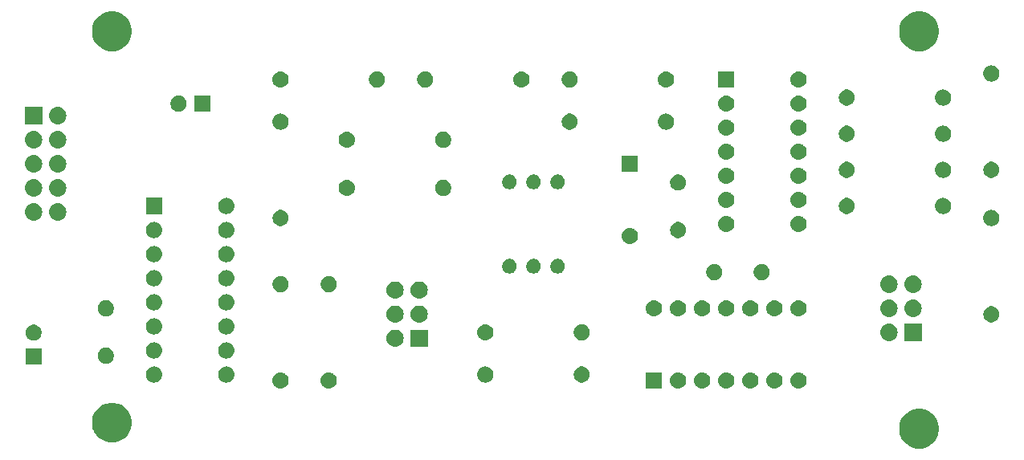
<source format=gbr>
G04 #@! TF.GenerationSoftware,KiCad,Pcbnew,5.1.4-e60b266~84~ubuntu18.04.1*
G04 #@! TF.CreationDate,2020-01-27T23:34:11+00:00*
G04 #@! TF.ProjectId,fco_v1,66636f5f-7631-42e6-9b69-6361645f7063,rev?*
G04 #@! TF.SameCoordinates,Original*
G04 #@! TF.FileFunction,Soldermask,Bot*
G04 #@! TF.FilePolarity,Negative*
%FSLAX46Y46*%
G04 Gerber Fmt 4.6, Leading zero omitted, Abs format (unit mm)*
G04 Created by KiCad (PCBNEW 5.1.4-e60b266~84~ubuntu18.04.1) date 2020-01-27 23:34:11*
%MOMM*%
%LPD*%
G04 APERTURE LIST*
%ADD10C,0.100000*%
G04 APERTURE END LIST*
D10*
G36*
X158727546Y-101485701D02*
G01*
X159109721Y-101644003D01*
X159109723Y-101644004D01*
X159453672Y-101873823D01*
X159746177Y-102166328D01*
X159807065Y-102257454D01*
X159975997Y-102510279D01*
X160134299Y-102892454D01*
X160215000Y-103298167D01*
X160215000Y-103711833D01*
X160134299Y-104117546D01*
X160096553Y-104208672D01*
X159975996Y-104499723D01*
X159746177Y-104843672D01*
X159453672Y-105136177D01*
X159109723Y-105365996D01*
X159109722Y-105365997D01*
X159109721Y-105365997D01*
X158727546Y-105524299D01*
X158321833Y-105605000D01*
X157908167Y-105605000D01*
X157502454Y-105524299D01*
X157120279Y-105365997D01*
X157120278Y-105365997D01*
X157120277Y-105365996D01*
X156776328Y-105136177D01*
X156483823Y-104843672D01*
X156254004Y-104499723D01*
X156133447Y-104208672D01*
X156095701Y-104117546D01*
X156015000Y-103711833D01*
X156015000Y-103298167D01*
X156095701Y-102892454D01*
X156254003Y-102510279D01*
X156422935Y-102257454D01*
X156483823Y-102166328D01*
X156776328Y-101873823D01*
X157120277Y-101644004D01*
X157120279Y-101644003D01*
X157502454Y-101485701D01*
X157908167Y-101405000D01*
X158321833Y-101405000D01*
X158727546Y-101485701D01*
X158727546Y-101485701D01*
G37*
G36*
X73637546Y-100850701D02*
G01*
X74019721Y-101009003D01*
X74019723Y-101009004D01*
X74363672Y-101238823D01*
X74656177Y-101531328D01*
X74885024Y-101873823D01*
X74885997Y-101875279D01*
X75044299Y-102257454D01*
X75125000Y-102663167D01*
X75125000Y-103076833D01*
X75044299Y-103482546D01*
X74949325Y-103711833D01*
X74885996Y-103864723D01*
X74656177Y-104208672D01*
X74363672Y-104501177D01*
X74019723Y-104730996D01*
X74019722Y-104730997D01*
X74019721Y-104730997D01*
X73637546Y-104889299D01*
X73231833Y-104970000D01*
X72818167Y-104970000D01*
X72412454Y-104889299D01*
X72030279Y-104730997D01*
X72030278Y-104730997D01*
X72030277Y-104730996D01*
X71686328Y-104501177D01*
X71393823Y-104208672D01*
X71164004Y-103864723D01*
X71100675Y-103711833D01*
X71005701Y-103482546D01*
X70925000Y-103076833D01*
X70925000Y-102663167D01*
X71005701Y-102257454D01*
X71164003Y-101875279D01*
X71164976Y-101873823D01*
X71393823Y-101531328D01*
X71686328Y-101238823D01*
X72030277Y-101009004D01*
X72030279Y-101009003D01*
X72412454Y-100850701D01*
X72818167Y-100770000D01*
X73231833Y-100770000D01*
X73637546Y-100850701D01*
X73637546Y-100850701D01*
G37*
G36*
X143041823Y-97586313D02*
G01*
X143202242Y-97634976D01*
X143334906Y-97705886D01*
X143350078Y-97713996D01*
X143479659Y-97820341D01*
X143586004Y-97949922D01*
X143586005Y-97949924D01*
X143665024Y-98097758D01*
X143713687Y-98258177D01*
X143730117Y-98425000D01*
X143713687Y-98591823D01*
X143665024Y-98752242D01*
X143594114Y-98884906D01*
X143586004Y-98900078D01*
X143479659Y-99029659D01*
X143350078Y-99136004D01*
X143350076Y-99136005D01*
X143202242Y-99215024D01*
X143041823Y-99263687D01*
X142916804Y-99276000D01*
X142833196Y-99276000D01*
X142708177Y-99263687D01*
X142547758Y-99215024D01*
X142399924Y-99136005D01*
X142399922Y-99136004D01*
X142270341Y-99029659D01*
X142163996Y-98900078D01*
X142155886Y-98884906D01*
X142084976Y-98752242D01*
X142036313Y-98591823D01*
X142019883Y-98425000D01*
X142036313Y-98258177D01*
X142084976Y-98097758D01*
X142163995Y-97949924D01*
X142163996Y-97949922D01*
X142270341Y-97820341D01*
X142399922Y-97713996D01*
X142415094Y-97705886D01*
X142547758Y-97634976D01*
X142708177Y-97586313D01*
X142833196Y-97574000D01*
X142916804Y-97574000D01*
X143041823Y-97586313D01*
X143041823Y-97586313D01*
G37*
G36*
X137961823Y-97586313D02*
G01*
X138122242Y-97634976D01*
X138254906Y-97705886D01*
X138270078Y-97713996D01*
X138399659Y-97820341D01*
X138506004Y-97949922D01*
X138506005Y-97949924D01*
X138585024Y-98097758D01*
X138633687Y-98258177D01*
X138650117Y-98425000D01*
X138633687Y-98591823D01*
X138585024Y-98752242D01*
X138514114Y-98884906D01*
X138506004Y-98900078D01*
X138399659Y-99029659D01*
X138270078Y-99136004D01*
X138270076Y-99136005D01*
X138122242Y-99215024D01*
X137961823Y-99263687D01*
X137836804Y-99276000D01*
X137753196Y-99276000D01*
X137628177Y-99263687D01*
X137467758Y-99215024D01*
X137319924Y-99136005D01*
X137319922Y-99136004D01*
X137190341Y-99029659D01*
X137083996Y-98900078D01*
X137075886Y-98884906D01*
X137004976Y-98752242D01*
X136956313Y-98591823D01*
X136939883Y-98425000D01*
X136956313Y-98258177D01*
X137004976Y-98097758D01*
X137083995Y-97949924D01*
X137083996Y-97949922D01*
X137190341Y-97820341D01*
X137319922Y-97713996D01*
X137335094Y-97705886D01*
X137467758Y-97634976D01*
X137628177Y-97586313D01*
X137753196Y-97574000D01*
X137836804Y-97574000D01*
X137961823Y-97586313D01*
X137961823Y-97586313D01*
G37*
G36*
X90971823Y-97586313D02*
G01*
X91132242Y-97634976D01*
X91264906Y-97705886D01*
X91280078Y-97713996D01*
X91409659Y-97820341D01*
X91516004Y-97949922D01*
X91516005Y-97949924D01*
X91595024Y-98097758D01*
X91643687Y-98258177D01*
X91660117Y-98425000D01*
X91643687Y-98591823D01*
X91595024Y-98752242D01*
X91524114Y-98884906D01*
X91516004Y-98900078D01*
X91409659Y-99029659D01*
X91280078Y-99136004D01*
X91280076Y-99136005D01*
X91132242Y-99215024D01*
X90971823Y-99263687D01*
X90846804Y-99276000D01*
X90763196Y-99276000D01*
X90638177Y-99263687D01*
X90477758Y-99215024D01*
X90329924Y-99136005D01*
X90329922Y-99136004D01*
X90200341Y-99029659D01*
X90093996Y-98900078D01*
X90085886Y-98884906D01*
X90014976Y-98752242D01*
X89966313Y-98591823D01*
X89949883Y-98425000D01*
X89966313Y-98258177D01*
X90014976Y-98097758D01*
X90093995Y-97949924D01*
X90093996Y-97949922D01*
X90200341Y-97820341D01*
X90329922Y-97713996D01*
X90345094Y-97705886D01*
X90477758Y-97634976D01*
X90638177Y-97586313D01*
X90763196Y-97574000D01*
X90846804Y-97574000D01*
X90971823Y-97586313D01*
X90971823Y-97586313D01*
G37*
G36*
X96051823Y-97586313D02*
G01*
X96212242Y-97634976D01*
X96344906Y-97705886D01*
X96360078Y-97713996D01*
X96489659Y-97820341D01*
X96596004Y-97949922D01*
X96596005Y-97949924D01*
X96675024Y-98097758D01*
X96723687Y-98258177D01*
X96740117Y-98425000D01*
X96723687Y-98591823D01*
X96675024Y-98752242D01*
X96604114Y-98884906D01*
X96596004Y-98900078D01*
X96489659Y-99029659D01*
X96360078Y-99136004D01*
X96360076Y-99136005D01*
X96212242Y-99215024D01*
X96051823Y-99263687D01*
X95926804Y-99276000D01*
X95843196Y-99276000D01*
X95718177Y-99263687D01*
X95557758Y-99215024D01*
X95409924Y-99136005D01*
X95409922Y-99136004D01*
X95280341Y-99029659D01*
X95173996Y-98900078D01*
X95165886Y-98884906D01*
X95094976Y-98752242D01*
X95046313Y-98591823D01*
X95029883Y-98425000D01*
X95046313Y-98258177D01*
X95094976Y-98097758D01*
X95173995Y-97949924D01*
X95173996Y-97949922D01*
X95280341Y-97820341D01*
X95409922Y-97713996D01*
X95425094Y-97705886D01*
X95557758Y-97634976D01*
X95718177Y-97586313D01*
X95843196Y-97574000D01*
X95926804Y-97574000D01*
X96051823Y-97586313D01*
X96051823Y-97586313D01*
G37*
G36*
X131026000Y-99276000D02*
G01*
X129324000Y-99276000D01*
X129324000Y-97574000D01*
X131026000Y-97574000D01*
X131026000Y-99276000D01*
X131026000Y-99276000D01*
G37*
G36*
X135421823Y-97586313D02*
G01*
X135582242Y-97634976D01*
X135714906Y-97705886D01*
X135730078Y-97713996D01*
X135859659Y-97820341D01*
X135966004Y-97949922D01*
X135966005Y-97949924D01*
X136045024Y-98097758D01*
X136093687Y-98258177D01*
X136110117Y-98425000D01*
X136093687Y-98591823D01*
X136045024Y-98752242D01*
X135974114Y-98884906D01*
X135966004Y-98900078D01*
X135859659Y-99029659D01*
X135730078Y-99136004D01*
X135730076Y-99136005D01*
X135582242Y-99215024D01*
X135421823Y-99263687D01*
X135296804Y-99276000D01*
X135213196Y-99276000D01*
X135088177Y-99263687D01*
X134927758Y-99215024D01*
X134779924Y-99136005D01*
X134779922Y-99136004D01*
X134650341Y-99029659D01*
X134543996Y-98900078D01*
X134535886Y-98884906D01*
X134464976Y-98752242D01*
X134416313Y-98591823D01*
X134399883Y-98425000D01*
X134416313Y-98258177D01*
X134464976Y-98097758D01*
X134543995Y-97949924D01*
X134543996Y-97949922D01*
X134650341Y-97820341D01*
X134779922Y-97713996D01*
X134795094Y-97705886D01*
X134927758Y-97634976D01*
X135088177Y-97586313D01*
X135213196Y-97574000D01*
X135296804Y-97574000D01*
X135421823Y-97586313D01*
X135421823Y-97586313D01*
G37*
G36*
X140501823Y-97586313D02*
G01*
X140662242Y-97634976D01*
X140794906Y-97705886D01*
X140810078Y-97713996D01*
X140939659Y-97820341D01*
X141046004Y-97949922D01*
X141046005Y-97949924D01*
X141125024Y-98097758D01*
X141173687Y-98258177D01*
X141190117Y-98425000D01*
X141173687Y-98591823D01*
X141125024Y-98752242D01*
X141054114Y-98884906D01*
X141046004Y-98900078D01*
X140939659Y-99029659D01*
X140810078Y-99136004D01*
X140810076Y-99136005D01*
X140662242Y-99215024D01*
X140501823Y-99263687D01*
X140376804Y-99276000D01*
X140293196Y-99276000D01*
X140168177Y-99263687D01*
X140007758Y-99215024D01*
X139859924Y-99136005D01*
X139859922Y-99136004D01*
X139730341Y-99029659D01*
X139623996Y-98900078D01*
X139615886Y-98884906D01*
X139544976Y-98752242D01*
X139496313Y-98591823D01*
X139479883Y-98425000D01*
X139496313Y-98258177D01*
X139544976Y-98097758D01*
X139623995Y-97949924D01*
X139623996Y-97949922D01*
X139730341Y-97820341D01*
X139859922Y-97713996D01*
X139875094Y-97705886D01*
X140007758Y-97634976D01*
X140168177Y-97586313D01*
X140293196Y-97574000D01*
X140376804Y-97574000D01*
X140501823Y-97586313D01*
X140501823Y-97586313D01*
G37*
G36*
X145581823Y-97586313D02*
G01*
X145742242Y-97634976D01*
X145874906Y-97705886D01*
X145890078Y-97713996D01*
X146019659Y-97820341D01*
X146126004Y-97949922D01*
X146126005Y-97949924D01*
X146205024Y-98097758D01*
X146253687Y-98258177D01*
X146270117Y-98425000D01*
X146253687Y-98591823D01*
X146205024Y-98752242D01*
X146134114Y-98884906D01*
X146126004Y-98900078D01*
X146019659Y-99029659D01*
X145890078Y-99136004D01*
X145890076Y-99136005D01*
X145742242Y-99215024D01*
X145581823Y-99263687D01*
X145456804Y-99276000D01*
X145373196Y-99276000D01*
X145248177Y-99263687D01*
X145087758Y-99215024D01*
X144939924Y-99136005D01*
X144939922Y-99136004D01*
X144810341Y-99029659D01*
X144703996Y-98900078D01*
X144695886Y-98884906D01*
X144624976Y-98752242D01*
X144576313Y-98591823D01*
X144559883Y-98425000D01*
X144576313Y-98258177D01*
X144624976Y-98097758D01*
X144703995Y-97949924D01*
X144703996Y-97949922D01*
X144810341Y-97820341D01*
X144939922Y-97713996D01*
X144955094Y-97705886D01*
X145087758Y-97634976D01*
X145248177Y-97586313D01*
X145373196Y-97574000D01*
X145456804Y-97574000D01*
X145581823Y-97586313D01*
X145581823Y-97586313D01*
G37*
G36*
X132881823Y-97586313D02*
G01*
X133042242Y-97634976D01*
X133174906Y-97705886D01*
X133190078Y-97713996D01*
X133319659Y-97820341D01*
X133426004Y-97949922D01*
X133426005Y-97949924D01*
X133505024Y-98097758D01*
X133553687Y-98258177D01*
X133570117Y-98425000D01*
X133553687Y-98591823D01*
X133505024Y-98752242D01*
X133434114Y-98884906D01*
X133426004Y-98900078D01*
X133319659Y-99029659D01*
X133190078Y-99136004D01*
X133190076Y-99136005D01*
X133042242Y-99215024D01*
X132881823Y-99263687D01*
X132756804Y-99276000D01*
X132673196Y-99276000D01*
X132548177Y-99263687D01*
X132387758Y-99215024D01*
X132239924Y-99136005D01*
X132239922Y-99136004D01*
X132110341Y-99029659D01*
X132003996Y-98900078D01*
X131995886Y-98884906D01*
X131924976Y-98752242D01*
X131876313Y-98591823D01*
X131859883Y-98425000D01*
X131876313Y-98258177D01*
X131924976Y-98097758D01*
X132003995Y-97949924D01*
X132003996Y-97949922D01*
X132110341Y-97820341D01*
X132239922Y-97713996D01*
X132255094Y-97705886D01*
X132387758Y-97634976D01*
X132548177Y-97586313D01*
X132673196Y-97574000D01*
X132756804Y-97574000D01*
X132881823Y-97586313D01*
X132881823Y-97586313D01*
G37*
G36*
X112561823Y-96951313D02*
G01*
X112722242Y-96999976D01*
X112789361Y-97035852D01*
X112870078Y-97078996D01*
X112999659Y-97185341D01*
X113106004Y-97314922D01*
X113106005Y-97314924D01*
X113185024Y-97462758D01*
X113233687Y-97623177D01*
X113250117Y-97790000D01*
X113233687Y-97956823D01*
X113185024Y-98117242D01*
X113144477Y-98193100D01*
X113106004Y-98265078D01*
X112999659Y-98394659D01*
X112870078Y-98501004D01*
X112870076Y-98501005D01*
X112722242Y-98580024D01*
X112561823Y-98628687D01*
X112436804Y-98641000D01*
X112353196Y-98641000D01*
X112228177Y-98628687D01*
X112067758Y-98580024D01*
X111919924Y-98501005D01*
X111919922Y-98501004D01*
X111790341Y-98394659D01*
X111683996Y-98265078D01*
X111645523Y-98193100D01*
X111604976Y-98117242D01*
X111556313Y-97956823D01*
X111539883Y-97790000D01*
X111556313Y-97623177D01*
X111604976Y-97462758D01*
X111683995Y-97314924D01*
X111683996Y-97314922D01*
X111790341Y-97185341D01*
X111919922Y-97078996D01*
X112000639Y-97035852D01*
X112067758Y-96999976D01*
X112228177Y-96951313D01*
X112353196Y-96939000D01*
X112436804Y-96939000D01*
X112561823Y-96951313D01*
X112561823Y-96951313D01*
G37*
G36*
X77636823Y-96951313D02*
G01*
X77797242Y-96999976D01*
X77864361Y-97035852D01*
X77945078Y-97078996D01*
X78074659Y-97185341D01*
X78181004Y-97314922D01*
X78181005Y-97314924D01*
X78260024Y-97462758D01*
X78308687Y-97623177D01*
X78325117Y-97790000D01*
X78308687Y-97956823D01*
X78260024Y-98117242D01*
X78219477Y-98193100D01*
X78181004Y-98265078D01*
X78074659Y-98394659D01*
X77945078Y-98501004D01*
X77945076Y-98501005D01*
X77797242Y-98580024D01*
X77636823Y-98628687D01*
X77511804Y-98641000D01*
X77428196Y-98641000D01*
X77303177Y-98628687D01*
X77142758Y-98580024D01*
X76994924Y-98501005D01*
X76994922Y-98501004D01*
X76865341Y-98394659D01*
X76758996Y-98265078D01*
X76720523Y-98193100D01*
X76679976Y-98117242D01*
X76631313Y-97956823D01*
X76614883Y-97790000D01*
X76631313Y-97623177D01*
X76679976Y-97462758D01*
X76758995Y-97314924D01*
X76758996Y-97314922D01*
X76865341Y-97185341D01*
X76994922Y-97078996D01*
X77075639Y-97035852D01*
X77142758Y-96999976D01*
X77303177Y-96951313D01*
X77428196Y-96939000D01*
X77511804Y-96939000D01*
X77636823Y-96951313D01*
X77636823Y-96951313D01*
G37*
G36*
X85256823Y-96951313D02*
G01*
X85417242Y-96999976D01*
X85484361Y-97035852D01*
X85565078Y-97078996D01*
X85694659Y-97185341D01*
X85801004Y-97314922D01*
X85801005Y-97314924D01*
X85880024Y-97462758D01*
X85928687Y-97623177D01*
X85945117Y-97790000D01*
X85928687Y-97956823D01*
X85880024Y-98117242D01*
X85839477Y-98193100D01*
X85801004Y-98265078D01*
X85694659Y-98394659D01*
X85565078Y-98501004D01*
X85565076Y-98501005D01*
X85417242Y-98580024D01*
X85256823Y-98628687D01*
X85131804Y-98641000D01*
X85048196Y-98641000D01*
X84923177Y-98628687D01*
X84762758Y-98580024D01*
X84614924Y-98501005D01*
X84614922Y-98501004D01*
X84485341Y-98394659D01*
X84378996Y-98265078D01*
X84340523Y-98193100D01*
X84299976Y-98117242D01*
X84251313Y-97956823D01*
X84234883Y-97790000D01*
X84251313Y-97623177D01*
X84299976Y-97462758D01*
X84378995Y-97314924D01*
X84378996Y-97314922D01*
X84485341Y-97185341D01*
X84614922Y-97078996D01*
X84695639Y-97035852D01*
X84762758Y-96999976D01*
X84923177Y-96951313D01*
X85048196Y-96939000D01*
X85131804Y-96939000D01*
X85256823Y-96951313D01*
X85256823Y-96951313D01*
G37*
G36*
X122803228Y-96971703D02*
G01*
X122958100Y-97035853D01*
X123097481Y-97128985D01*
X123216015Y-97247519D01*
X123309147Y-97386900D01*
X123373297Y-97541772D01*
X123406000Y-97706184D01*
X123406000Y-97873816D01*
X123373297Y-98038228D01*
X123309147Y-98193100D01*
X123216015Y-98332481D01*
X123097481Y-98451015D01*
X122958100Y-98544147D01*
X122803228Y-98608297D01*
X122638816Y-98641000D01*
X122471184Y-98641000D01*
X122306772Y-98608297D01*
X122151900Y-98544147D01*
X122012519Y-98451015D01*
X121893985Y-98332481D01*
X121800853Y-98193100D01*
X121736703Y-98038228D01*
X121704000Y-97873816D01*
X121704000Y-97706184D01*
X121736703Y-97541772D01*
X121800853Y-97386900D01*
X121893985Y-97247519D01*
X122012519Y-97128985D01*
X122151900Y-97035853D01*
X122306772Y-96971703D01*
X122471184Y-96939000D01*
X122638816Y-96939000D01*
X122803228Y-96971703D01*
X122803228Y-96971703D01*
G37*
G36*
X65621000Y-96736000D02*
G01*
X63919000Y-96736000D01*
X63919000Y-95034000D01*
X65621000Y-95034000D01*
X65621000Y-96736000D01*
X65621000Y-96736000D01*
G37*
G36*
X72638228Y-94986703D02*
G01*
X72793100Y-95050853D01*
X72932481Y-95143985D01*
X73051015Y-95262519D01*
X73144147Y-95401900D01*
X73208297Y-95556772D01*
X73241000Y-95721184D01*
X73241000Y-95888816D01*
X73208297Y-96053228D01*
X73144147Y-96208100D01*
X73051015Y-96347481D01*
X72932481Y-96466015D01*
X72793100Y-96559147D01*
X72638228Y-96623297D01*
X72473816Y-96656000D01*
X72306184Y-96656000D01*
X72141772Y-96623297D01*
X71986900Y-96559147D01*
X71847519Y-96466015D01*
X71728985Y-96347481D01*
X71635853Y-96208100D01*
X71571703Y-96053228D01*
X71539000Y-95888816D01*
X71539000Y-95721184D01*
X71571703Y-95556772D01*
X71635853Y-95401900D01*
X71728985Y-95262519D01*
X71847519Y-95143985D01*
X71986900Y-95050853D01*
X72141772Y-94986703D01*
X72306184Y-94954000D01*
X72473816Y-94954000D01*
X72638228Y-94986703D01*
X72638228Y-94986703D01*
G37*
G36*
X85256823Y-94411313D02*
G01*
X85417242Y-94459976D01*
X85549906Y-94530886D01*
X85565078Y-94538996D01*
X85694659Y-94645341D01*
X85801004Y-94774922D01*
X85801005Y-94774924D01*
X85880024Y-94922758D01*
X85928687Y-95083177D01*
X85945117Y-95250000D01*
X85928687Y-95416823D01*
X85880024Y-95577242D01*
X85809114Y-95709906D01*
X85801004Y-95725078D01*
X85694659Y-95854659D01*
X85565078Y-95961004D01*
X85565076Y-95961005D01*
X85417242Y-96040024D01*
X85256823Y-96088687D01*
X85131804Y-96101000D01*
X85048196Y-96101000D01*
X84923177Y-96088687D01*
X84762758Y-96040024D01*
X84614924Y-95961005D01*
X84614922Y-95961004D01*
X84485341Y-95854659D01*
X84378996Y-95725078D01*
X84370886Y-95709906D01*
X84299976Y-95577242D01*
X84251313Y-95416823D01*
X84234883Y-95250000D01*
X84251313Y-95083177D01*
X84299976Y-94922758D01*
X84378995Y-94774924D01*
X84378996Y-94774922D01*
X84485341Y-94645341D01*
X84614922Y-94538996D01*
X84630094Y-94530886D01*
X84762758Y-94459976D01*
X84923177Y-94411313D01*
X85048196Y-94399000D01*
X85131804Y-94399000D01*
X85256823Y-94411313D01*
X85256823Y-94411313D01*
G37*
G36*
X77636823Y-94411313D02*
G01*
X77797242Y-94459976D01*
X77929906Y-94530886D01*
X77945078Y-94538996D01*
X78074659Y-94645341D01*
X78181004Y-94774922D01*
X78181005Y-94774924D01*
X78260024Y-94922758D01*
X78308687Y-95083177D01*
X78325117Y-95250000D01*
X78308687Y-95416823D01*
X78260024Y-95577242D01*
X78189114Y-95709906D01*
X78181004Y-95725078D01*
X78074659Y-95854659D01*
X77945078Y-95961004D01*
X77945076Y-95961005D01*
X77797242Y-96040024D01*
X77636823Y-96088687D01*
X77511804Y-96101000D01*
X77428196Y-96101000D01*
X77303177Y-96088687D01*
X77142758Y-96040024D01*
X76994924Y-95961005D01*
X76994922Y-95961004D01*
X76865341Y-95854659D01*
X76758996Y-95725078D01*
X76750886Y-95709906D01*
X76679976Y-95577242D01*
X76631313Y-95416823D01*
X76614883Y-95250000D01*
X76631313Y-95083177D01*
X76679976Y-94922758D01*
X76758995Y-94774924D01*
X76758996Y-94774922D01*
X76865341Y-94645341D01*
X76994922Y-94538996D01*
X77010094Y-94530886D01*
X77142758Y-94459976D01*
X77303177Y-94411313D01*
X77428196Y-94399000D01*
X77511804Y-94399000D01*
X77636823Y-94411313D01*
X77636823Y-94411313D01*
G37*
G36*
X106324600Y-94894600D02*
G01*
X104495400Y-94894600D01*
X104495400Y-93065400D01*
X106324600Y-93065400D01*
X106324600Y-94894600D01*
X106324600Y-94894600D01*
G37*
G36*
X103049294Y-93078633D02*
G01*
X103221695Y-93130931D01*
X103380583Y-93215858D01*
X103519849Y-93330151D01*
X103634142Y-93469417D01*
X103719069Y-93628305D01*
X103771367Y-93800706D01*
X103789025Y-93980000D01*
X103771367Y-94159294D01*
X103719069Y-94331695D01*
X103634142Y-94490583D01*
X103519849Y-94629849D01*
X103380583Y-94744142D01*
X103221695Y-94829069D01*
X103049294Y-94881367D01*
X102914931Y-94894600D01*
X102825069Y-94894600D01*
X102690706Y-94881367D01*
X102518305Y-94829069D01*
X102359417Y-94744142D01*
X102220151Y-94629849D01*
X102105858Y-94490583D01*
X102020931Y-94331695D01*
X101968633Y-94159294D01*
X101950975Y-93980000D01*
X101968633Y-93800706D01*
X102020931Y-93628305D01*
X102105858Y-93469417D01*
X102220151Y-93330151D01*
X102359417Y-93215858D01*
X102518305Y-93130931D01*
X102690706Y-93078633D01*
X102825069Y-93065400D01*
X102914931Y-93065400D01*
X103049294Y-93078633D01*
X103049294Y-93078633D01*
G37*
G36*
X155119294Y-92443633D02*
G01*
X155291695Y-92495931D01*
X155450583Y-92580858D01*
X155589849Y-92695151D01*
X155704142Y-92834417D01*
X155789069Y-92993305D01*
X155841367Y-93165706D01*
X155859025Y-93345000D01*
X155841367Y-93524294D01*
X155789069Y-93696695D01*
X155704142Y-93855583D01*
X155589849Y-93994849D01*
X155450583Y-94109142D01*
X155291695Y-94194069D01*
X155119294Y-94246367D01*
X154984931Y-94259600D01*
X154895069Y-94259600D01*
X154760706Y-94246367D01*
X154588305Y-94194069D01*
X154429417Y-94109142D01*
X154290151Y-93994849D01*
X154175858Y-93855583D01*
X154090931Y-93696695D01*
X154038633Y-93524294D01*
X154020975Y-93345000D01*
X154038633Y-93165706D01*
X154090931Y-92993305D01*
X154175858Y-92834417D01*
X154290151Y-92695151D01*
X154429417Y-92580858D01*
X154588305Y-92495931D01*
X154760706Y-92443633D01*
X154895069Y-92430400D01*
X154984931Y-92430400D01*
X155119294Y-92443633D01*
X155119294Y-92443633D01*
G37*
G36*
X158394600Y-94259600D02*
G01*
X156565400Y-94259600D01*
X156565400Y-92430400D01*
X158394600Y-92430400D01*
X158394600Y-94259600D01*
X158394600Y-94259600D01*
G37*
G36*
X65018228Y-92566703D02*
G01*
X65173100Y-92630853D01*
X65312481Y-92723985D01*
X65431015Y-92842519D01*
X65524147Y-92981900D01*
X65588297Y-93136772D01*
X65621000Y-93301184D01*
X65621000Y-93468816D01*
X65588297Y-93633228D01*
X65524147Y-93788100D01*
X65431015Y-93927481D01*
X65312481Y-94046015D01*
X65173100Y-94139147D01*
X65018228Y-94203297D01*
X64853816Y-94236000D01*
X64686184Y-94236000D01*
X64521772Y-94203297D01*
X64366900Y-94139147D01*
X64227519Y-94046015D01*
X64108985Y-93927481D01*
X64015853Y-93788100D01*
X63951703Y-93633228D01*
X63919000Y-93468816D01*
X63919000Y-93301184D01*
X63951703Y-93136772D01*
X64015853Y-92981900D01*
X64108985Y-92842519D01*
X64227519Y-92723985D01*
X64366900Y-92630853D01*
X64521772Y-92566703D01*
X64686184Y-92534000D01*
X64853816Y-92534000D01*
X65018228Y-92566703D01*
X65018228Y-92566703D01*
G37*
G36*
X112561823Y-92506313D02*
G01*
X112722242Y-92554976D01*
X112789361Y-92590852D01*
X112870078Y-92633996D01*
X112999659Y-92740341D01*
X113106004Y-92869922D01*
X113106005Y-92869924D01*
X113185024Y-93017758D01*
X113233687Y-93178177D01*
X113250117Y-93345000D01*
X113233687Y-93511823D01*
X113185024Y-93672242D01*
X113116358Y-93800706D01*
X113106004Y-93820078D01*
X112999659Y-93949659D01*
X112870078Y-94056004D01*
X112870076Y-94056005D01*
X112722242Y-94135024D01*
X112722239Y-94135025D01*
X112708647Y-94139148D01*
X112561823Y-94183687D01*
X112436804Y-94196000D01*
X112353196Y-94196000D01*
X112228177Y-94183687D01*
X112081353Y-94139148D01*
X112067761Y-94135025D01*
X112067758Y-94135024D01*
X111919924Y-94056005D01*
X111919922Y-94056004D01*
X111790341Y-93949659D01*
X111683996Y-93820078D01*
X111673642Y-93800706D01*
X111604976Y-93672242D01*
X111556313Y-93511823D01*
X111539883Y-93345000D01*
X111556313Y-93178177D01*
X111604976Y-93017758D01*
X111683995Y-92869924D01*
X111683996Y-92869922D01*
X111790341Y-92740341D01*
X111919922Y-92633996D01*
X112000639Y-92590852D01*
X112067758Y-92554976D01*
X112228177Y-92506313D01*
X112353196Y-92494000D01*
X112436804Y-92494000D01*
X112561823Y-92506313D01*
X112561823Y-92506313D01*
G37*
G36*
X122803228Y-92526703D02*
G01*
X122958100Y-92590853D01*
X123097481Y-92683985D01*
X123216015Y-92802519D01*
X123309147Y-92941900D01*
X123373297Y-93096772D01*
X123406000Y-93261184D01*
X123406000Y-93428816D01*
X123373297Y-93593228D01*
X123309147Y-93748100D01*
X123216015Y-93887481D01*
X123097481Y-94006015D01*
X122958100Y-94099147D01*
X122803228Y-94163297D01*
X122638816Y-94196000D01*
X122471184Y-94196000D01*
X122306772Y-94163297D01*
X122151900Y-94099147D01*
X122012519Y-94006015D01*
X121893985Y-93887481D01*
X121800853Y-93748100D01*
X121736703Y-93593228D01*
X121704000Y-93428816D01*
X121704000Y-93261184D01*
X121736703Y-93096772D01*
X121800853Y-92941900D01*
X121893985Y-92802519D01*
X122012519Y-92683985D01*
X122151900Y-92590853D01*
X122306772Y-92526703D01*
X122471184Y-92494000D01*
X122638816Y-92494000D01*
X122803228Y-92526703D01*
X122803228Y-92526703D01*
G37*
G36*
X77636823Y-91871313D02*
G01*
X77797242Y-91919976D01*
X77929906Y-91990886D01*
X77945078Y-91998996D01*
X78074659Y-92105341D01*
X78181004Y-92234922D01*
X78181005Y-92234924D01*
X78260024Y-92382758D01*
X78308687Y-92543177D01*
X78325117Y-92710000D01*
X78308687Y-92876823D01*
X78260024Y-93037242D01*
X78206824Y-93136772D01*
X78181004Y-93185078D01*
X78074659Y-93314659D01*
X77945078Y-93421004D01*
X77945076Y-93421005D01*
X77797242Y-93500024D01*
X77636823Y-93548687D01*
X77511804Y-93561000D01*
X77428196Y-93561000D01*
X77303177Y-93548687D01*
X77142758Y-93500024D01*
X76994924Y-93421005D01*
X76994922Y-93421004D01*
X76865341Y-93314659D01*
X76758996Y-93185078D01*
X76733176Y-93136772D01*
X76679976Y-93037242D01*
X76631313Y-92876823D01*
X76614883Y-92710000D01*
X76631313Y-92543177D01*
X76679976Y-92382758D01*
X76758995Y-92234924D01*
X76758996Y-92234922D01*
X76865341Y-92105341D01*
X76994922Y-91998996D01*
X77010094Y-91990886D01*
X77142758Y-91919976D01*
X77303177Y-91871313D01*
X77428196Y-91859000D01*
X77511804Y-91859000D01*
X77636823Y-91871313D01*
X77636823Y-91871313D01*
G37*
G36*
X85256823Y-91871313D02*
G01*
X85417242Y-91919976D01*
X85549906Y-91990886D01*
X85565078Y-91998996D01*
X85694659Y-92105341D01*
X85801004Y-92234922D01*
X85801005Y-92234924D01*
X85880024Y-92382758D01*
X85928687Y-92543177D01*
X85945117Y-92710000D01*
X85928687Y-92876823D01*
X85880024Y-93037242D01*
X85826824Y-93136772D01*
X85801004Y-93185078D01*
X85694659Y-93314659D01*
X85565078Y-93421004D01*
X85565076Y-93421005D01*
X85417242Y-93500024D01*
X85256823Y-93548687D01*
X85131804Y-93561000D01*
X85048196Y-93561000D01*
X84923177Y-93548687D01*
X84762758Y-93500024D01*
X84614924Y-93421005D01*
X84614922Y-93421004D01*
X84485341Y-93314659D01*
X84378996Y-93185078D01*
X84353176Y-93136772D01*
X84299976Y-93037242D01*
X84251313Y-92876823D01*
X84234883Y-92710000D01*
X84251313Y-92543177D01*
X84299976Y-92382758D01*
X84378995Y-92234924D01*
X84378996Y-92234922D01*
X84485341Y-92105341D01*
X84614922Y-91998996D01*
X84630094Y-91990886D01*
X84762758Y-91919976D01*
X84923177Y-91871313D01*
X85048196Y-91859000D01*
X85131804Y-91859000D01*
X85256823Y-91871313D01*
X85256823Y-91871313D01*
G37*
G36*
X103049294Y-90538633D02*
G01*
X103221695Y-90590931D01*
X103380583Y-90675858D01*
X103519849Y-90790151D01*
X103634142Y-90929417D01*
X103719069Y-91088305D01*
X103771367Y-91260706D01*
X103789025Y-91440000D01*
X103771367Y-91619294D01*
X103719069Y-91791695D01*
X103634142Y-91950583D01*
X103519849Y-92089849D01*
X103380583Y-92204142D01*
X103221695Y-92289069D01*
X103049294Y-92341367D01*
X102914931Y-92354600D01*
X102825069Y-92354600D01*
X102690706Y-92341367D01*
X102518305Y-92289069D01*
X102359417Y-92204142D01*
X102220151Y-92089849D01*
X102105858Y-91950583D01*
X102020931Y-91791695D01*
X101968633Y-91619294D01*
X101950975Y-91440000D01*
X101968633Y-91260706D01*
X102020931Y-91088305D01*
X102105858Y-90929417D01*
X102220151Y-90790151D01*
X102359417Y-90675858D01*
X102518305Y-90590931D01*
X102690706Y-90538633D01*
X102825069Y-90525400D01*
X102914931Y-90525400D01*
X103049294Y-90538633D01*
X103049294Y-90538633D01*
G37*
G36*
X105589294Y-90538633D02*
G01*
X105761695Y-90590931D01*
X105920583Y-90675858D01*
X106059849Y-90790151D01*
X106174142Y-90929417D01*
X106259069Y-91088305D01*
X106311367Y-91260706D01*
X106329025Y-91440000D01*
X106311367Y-91619294D01*
X106259069Y-91791695D01*
X106174142Y-91950583D01*
X106059849Y-92089849D01*
X105920583Y-92204142D01*
X105761695Y-92289069D01*
X105589294Y-92341367D01*
X105454931Y-92354600D01*
X105365069Y-92354600D01*
X105230706Y-92341367D01*
X105058305Y-92289069D01*
X104899417Y-92204142D01*
X104760151Y-92089849D01*
X104645858Y-91950583D01*
X104560931Y-91791695D01*
X104508633Y-91619294D01*
X104490975Y-91440000D01*
X104508633Y-91260706D01*
X104560931Y-91088305D01*
X104645858Y-90929417D01*
X104760151Y-90790151D01*
X104899417Y-90675858D01*
X105058305Y-90590931D01*
X105230706Y-90538633D01*
X105365069Y-90525400D01*
X105454931Y-90525400D01*
X105589294Y-90538633D01*
X105589294Y-90538633D01*
G37*
G36*
X165983228Y-90621703D02*
G01*
X166138100Y-90685853D01*
X166277481Y-90778985D01*
X166396015Y-90897519D01*
X166489147Y-91036900D01*
X166553297Y-91191772D01*
X166586000Y-91356184D01*
X166586000Y-91523816D01*
X166553297Y-91688228D01*
X166489147Y-91843100D01*
X166396015Y-91982481D01*
X166277481Y-92101015D01*
X166138100Y-92194147D01*
X165983228Y-92258297D01*
X165818816Y-92291000D01*
X165651184Y-92291000D01*
X165486772Y-92258297D01*
X165331900Y-92194147D01*
X165192519Y-92101015D01*
X165073985Y-91982481D01*
X164980853Y-91843100D01*
X164916703Y-91688228D01*
X164884000Y-91523816D01*
X164884000Y-91356184D01*
X164916703Y-91191772D01*
X164980853Y-91036900D01*
X165073985Y-90897519D01*
X165192519Y-90778985D01*
X165331900Y-90685853D01*
X165486772Y-90621703D01*
X165651184Y-90589000D01*
X165818816Y-90589000D01*
X165983228Y-90621703D01*
X165983228Y-90621703D01*
G37*
G36*
X155119294Y-89903633D02*
G01*
X155291695Y-89955931D01*
X155450583Y-90040858D01*
X155589849Y-90155151D01*
X155704142Y-90294417D01*
X155789069Y-90453305D01*
X155841367Y-90625706D01*
X155859025Y-90805000D01*
X155841367Y-90984294D01*
X155789069Y-91156695D01*
X155704142Y-91315583D01*
X155589849Y-91454849D01*
X155450583Y-91569142D01*
X155291695Y-91654069D01*
X155119294Y-91706367D01*
X154984931Y-91719600D01*
X154895069Y-91719600D01*
X154760706Y-91706367D01*
X154588305Y-91654069D01*
X154429417Y-91569142D01*
X154290151Y-91454849D01*
X154175858Y-91315583D01*
X154090931Y-91156695D01*
X154038633Y-90984294D01*
X154020975Y-90805000D01*
X154038633Y-90625706D01*
X154090931Y-90453305D01*
X154175858Y-90294417D01*
X154290151Y-90155151D01*
X154429417Y-90040858D01*
X154588305Y-89955931D01*
X154760706Y-89903633D01*
X154895069Y-89890400D01*
X154984931Y-89890400D01*
X155119294Y-89903633D01*
X155119294Y-89903633D01*
G37*
G36*
X157659294Y-89903633D02*
G01*
X157831695Y-89955931D01*
X157990583Y-90040858D01*
X158129849Y-90155151D01*
X158244142Y-90294417D01*
X158329069Y-90453305D01*
X158381367Y-90625706D01*
X158399025Y-90805000D01*
X158381367Y-90984294D01*
X158329069Y-91156695D01*
X158244142Y-91315583D01*
X158129849Y-91454849D01*
X157990583Y-91569142D01*
X157831695Y-91654069D01*
X157659294Y-91706367D01*
X157524931Y-91719600D01*
X157435069Y-91719600D01*
X157300706Y-91706367D01*
X157128305Y-91654069D01*
X156969417Y-91569142D01*
X156830151Y-91454849D01*
X156715858Y-91315583D01*
X156630931Y-91156695D01*
X156578633Y-90984294D01*
X156560975Y-90805000D01*
X156578633Y-90625706D01*
X156630931Y-90453305D01*
X156715858Y-90294417D01*
X156830151Y-90155151D01*
X156969417Y-90040858D01*
X157128305Y-89955931D01*
X157300706Y-89903633D01*
X157435069Y-89890400D01*
X157524931Y-89890400D01*
X157659294Y-89903633D01*
X157659294Y-89903633D01*
G37*
G36*
X72638228Y-89986703D02*
G01*
X72793100Y-90050853D01*
X72932481Y-90143985D01*
X73051015Y-90262519D01*
X73144147Y-90401900D01*
X73208297Y-90556772D01*
X73241000Y-90721184D01*
X73241000Y-90888816D01*
X73208297Y-91053228D01*
X73144147Y-91208100D01*
X73051015Y-91347481D01*
X72932481Y-91466015D01*
X72793100Y-91559147D01*
X72638228Y-91623297D01*
X72473816Y-91656000D01*
X72306184Y-91656000D01*
X72141772Y-91623297D01*
X71986900Y-91559147D01*
X71847519Y-91466015D01*
X71728985Y-91347481D01*
X71635853Y-91208100D01*
X71571703Y-91053228D01*
X71539000Y-90888816D01*
X71539000Y-90721184D01*
X71571703Y-90556772D01*
X71635853Y-90401900D01*
X71728985Y-90262519D01*
X71847519Y-90143985D01*
X71986900Y-90050853D01*
X72141772Y-89986703D01*
X72306184Y-89954000D01*
X72473816Y-89954000D01*
X72638228Y-89986703D01*
X72638228Y-89986703D01*
G37*
G36*
X130341823Y-89966313D02*
G01*
X130502242Y-90014976D01*
X130569361Y-90050852D01*
X130650078Y-90093996D01*
X130779659Y-90200341D01*
X130886004Y-90329922D01*
X130886005Y-90329924D01*
X130965024Y-90477758D01*
X131013687Y-90638177D01*
X131030117Y-90805000D01*
X131013687Y-90971823D01*
X130965024Y-91132242D01*
X130924477Y-91208100D01*
X130886004Y-91280078D01*
X130779659Y-91409659D01*
X130650078Y-91516004D01*
X130650076Y-91516005D01*
X130502242Y-91595024D01*
X130341823Y-91643687D01*
X130216804Y-91656000D01*
X130133196Y-91656000D01*
X130008177Y-91643687D01*
X129847758Y-91595024D01*
X129699924Y-91516005D01*
X129699922Y-91516004D01*
X129570341Y-91409659D01*
X129463996Y-91280078D01*
X129425523Y-91208100D01*
X129384976Y-91132242D01*
X129336313Y-90971823D01*
X129319883Y-90805000D01*
X129336313Y-90638177D01*
X129384976Y-90477758D01*
X129463995Y-90329924D01*
X129463996Y-90329922D01*
X129570341Y-90200341D01*
X129699922Y-90093996D01*
X129780639Y-90050852D01*
X129847758Y-90014976D01*
X130008177Y-89966313D01*
X130133196Y-89954000D01*
X130216804Y-89954000D01*
X130341823Y-89966313D01*
X130341823Y-89966313D01*
G37*
G36*
X132881823Y-89966313D02*
G01*
X133042242Y-90014976D01*
X133109361Y-90050852D01*
X133190078Y-90093996D01*
X133319659Y-90200341D01*
X133426004Y-90329922D01*
X133426005Y-90329924D01*
X133505024Y-90477758D01*
X133553687Y-90638177D01*
X133570117Y-90805000D01*
X133553687Y-90971823D01*
X133505024Y-91132242D01*
X133464477Y-91208100D01*
X133426004Y-91280078D01*
X133319659Y-91409659D01*
X133190078Y-91516004D01*
X133190076Y-91516005D01*
X133042242Y-91595024D01*
X132881823Y-91643687D01*
X132756804Y-91656000D01*
X132673196Y-91656000D01*
X132548177Y-91643687D01*
X132387758Y-91595024D01*
X132239924Y-91516005D01*
X132239922Y-91516004D01*
X132110341Y-91409659D01*
X132003996Y-91280078D01*
X131965523Y-91208100D01*
X131924976Y-91132242D01*
X131876313Y-90971823D01*
X131859883Y-90805000D01*
X131876313Y-90638177D01*
X131924976Y-90477758D01*
X132003995Y-90329924D01*
X132003996Y-90329922D01*
X132110341Y-90200341D01*
X132239922Y-90093996D01*
X132320639Y-90050852D01*
X132387758Y-90014976D01*
X132548177Y-89966313D01*
X132673196Y-89954000D01*
X132756804Y-89954000D01*
X132881823Y-89966313D01*
X132881823Y-89966313D01*
G37*
G36*
X135421823Y-89966313D02*
G01*
X135582242Y-90014976D01*
X135649361Y-90050852D01*
X135730078Y-90093996D01*
X135859659Y-90200341D01*
X135966004Y-90329922D01*
X135966005Y-90329924D01*
X136045024Y-90477758D01*
X136093687Y-90638177D01*
X136110117Y-90805000D01*
X136093687Y-90971823D01*
X136045024Y-91132242D01*
X136004477Y-91208100D01*
X135966004Y-91280078D01*
X135859659Y-91409659D01*
X135730078Y-91516004D01*
X135730076Y-91516005D01*
X135582242Y-91595024D01*
X135421823Y-91643687D01*
X135296804Y-91656000D01*
X135213196Y-91656000D01*
X135088177Y-91643687D01*
X134927758Y-91595024D01*
X134779924Y-91516005D01*
X134779922Y-91516004D01*
X134650341Y-91409659D01*
X134543996Y-91280078D01*
X134505523Y-91208100D01*
X134464976Y-91132242D01*
X134416313Y-90971823D01*
X134399883Y-90805000D01*
X134416313Y-90638177D01*
X134464976Y-90477758D01*
X134543995Y-90329924D01*
X134543996Y-90329922D01*
X134650341Y-90200341D01*
X134779922Y-90093996D01*
X134860639Y-90050852D01*
X134927758Y-90014976D01*
X135088177Y-89966313D01*
X135213196Y-89954000D01*
X135296804Y-89954000D01*
X135421823Y-89966313D01*
X135421823Y-89966313D01*
G37*
G36*
X137961823Y-89966313D02*
G01*
X138122242Y-90014976D01*
X138189361Y-90050852D01*
X138270078Y-90093996D01*
X138399659Y-90200341D01*
X138506004Y-90329922D01*
X138506005Y-90329924D01*
X138585024Y-90477758D01*
X138633687Y-90638177D01*
X138650117Y-90805000D01*
X138633687Y-90971823D01*
X138585024Y-91132242D01*
X138544477Y-91208100D01*
X138506004Y-91280078D01*
X138399659Y-91409659D01*
X138270078Y-91516004D01*
X138270076Y-91516005D01*
X138122242Y-91595024D01*
X137961823Y-91643687D01*
X137836804Y-91656000D01*
X137753196Y-91656000D01*
X137628177Y-91643687D01*
X137467758Y-91595024D01*
X137319924Y-91516005D01*
X137319922Y-91516004D01*
X137190341Y-91409659D01*
X137083996Y-91280078D01*
X137045523Y-91208100D01*
X137004976Y-91132242D01*
X136956313Y-90971823D01*
X136939883Y-90805000D01*
X136956313Y-90638177D01*
X137004976Y-90477758D01*
X137083995Y-90329924D01*
X137083996Y-90329922D01*
X137190341Y-90200341D01*
X137319922Y-90093996D01*
X137400639Y-90050852D01*
X137467758Y-90014976D01*
X137628177Y-89966313D01*
X137753196Y-89954000D01*
X137836804Y-89954000D01*
X137961823Y-89966313D01*
X137961823Y-89966313D01*
G37*
G36*
X140501823Y-89966313D02*
G01*
X140662242Y-90014976D01*
X140729361Y-90050852D01*
X140810078Y-90093996D01*
X140939659Y-90200341D01*
X141046004Y-90329922D01*
X141046005Y-90329924D01*
X141125024Y-90477758D01*
X141173687Y-90638177D01*
X141190117Y-90805000D01*
X141173687Y-90971823D01*
X141125024Y-91132242D01*
X141084477Y-91208100D01*
X141046004Y-91280078D01*
X140939659Y-91409659D01*
X140810078Y-91516004D01*
X140810076Y-91516005D01*
X140662242Y-91595024D01*
X140501823Y-91643687D01*
X140376804Y-91656000D01*
X140293196Y-91656000D01*
X140168177Y-91643687D01*
X140007758Y-91595024D01*
X139859924Y-91516005D01*
X139859922Y-91516004D01*
X139730341Y-91409659D01*
X139623996Y-91280078D01*
X139585523Y-91208100D01*
X139544976Y-91132242D01*
X139496313Y-90971823D01*
X139479883Y-90805000D01*
X139496313Y-90638177D01*
X139544976Y-90477758D01*
X139623995Y-90329924D01*
X139623996Y-90329922D01*
X139730341Y-90200341D01*
X139859922Y-90093996D01*
X139940639Y-90050852D01*
X140007758Y-90014976D01*
X140168177Y-89966313D01*
X140293196Y-89954000D01*
X140376804Y-89954000D01*
X140501823Y-89966313D01*
X140501823Y-89966313D01*
G37*
G36*
X143041823Y-89966313D02*
G01*
X143202242Y-90014976D01*
X143269361Y-90050852D01*
X143350078Y-90093996D01*
X143479659Y-90200341D01*
X143586004Y-90329922D01*
X143586005Y-90329924D01*
X143665024Y-90477758D01*
X143713687Y-90638177D01*
X143730117Y-90805000D01*
X143713687Y-90971823D01*
X143665024Y-91132242D01*
X143624477Y-91208100D01*
X143586004Y-91280078D01*
X143479659Y-91409659D01*
X143350078Y-91516004D01*
X143350076Y-91516005D01*
X143202242Y-91595024D01*
X143041823Y-91643687D01*
X142916804Y-91656000D01*
X142833196Y-91656000D01*
X142708177Y-91643687D01*
X142547758Y-91595024D01*
X142399924Y-91516005D01*
X142399922Y-91516004D01*
X142270341Y-91409659D01*
X142163996Y-91280078D01*
X142125523Y-91208100D01*
X142084976Y-91132242D01*
X142036313Y-90971823D01*
X142019883Y-90805000D01*
X142036313Y-90638177D01*
X142084976Y-90477758D01*
X142163995Y-90329924D01*
X142163996Y-90329922D01*
X142270341Y-90200341D01*
X142399922Y-90093996D01*
X142480639Y-90050852D01*
X142547758Y-90014976D01*
X142708177Y-89966313D01*
X142833196Y-89954000D01*
X142916804Y-89954000D01*
X143041823Y-89966313D01*
X143041823Y-89966313D01*
G37*
G36*
X145581823Y-89966313D02*
G01*
X145742242Y-90014976D01*
X145809361Y-90050852D01*
X145890078Y-90093996D01*
X146019659Y-90200341D01*
X146126004Y-90329922D01*
X146126005Y-90329924D01*
X146205024Y-90477758D01*
X146253687Y-90638177D01*
X146270117Y-90805000D01*
X146253687Y-90971823D01*
X146205024Y-91132242D01*
X146164477Y-91208100D01*
X146126004Y-91280078D01*
X146019659Y-91409659D01*
X145890078Y-91516004D01*
X145890076Y-91516005D01*
X145742242Y-91595024D01*
X145581823Y-91643687D01*
X145456804Y-91656000D01*
X145373196Y-91656000D01*
X145248177Y-91643687D01*
X145087758Y-91595024D01*
X144939924Y-91516005D01*
X144939922Y-91516004D01*
X144810341Y-91409659D01*
X144703996Y-91280078D01*
X144665523Y-91208100D01*
X144624976Y-91132242D01*
X144576313Y-90971823D01*
X144559883Y-90805000D01*
X144576313Y-90638177D01*
X144624976Y-90477758D01*
X144703995Y-90329924D01*
X144703996Y-90329922D01*
X144810341Y-90200341D01*
X144939922Y-90093996D01*
X145020639Y-90050852D01*
X145087758Y-90014976D01*
X145248177Y-89966313D01*
X145373196Y-89954000D01*
X145456804Y-89954000D01*
X145581823Y-89966313D01*
X145581823Y-89966313D01*
G37*
G36*
X77636823Y-89331313D02*
G01*
X77797242Y-89379976D01*
X77929906Y-89450886D01*
X77945078Y-89458996D01*
X78074659Y-89565341D01*
X78181004Y-89694922D01*
X78181005Y-89694924D01*
X78260024Y-89842758D01*
X78308687Y-90003177D01*
X78325117Y-90170000D01*
X78308687Y-90336823D01*
X78260024Y-90497242D01*
X78193498Y-90621703D01*
X78181004Y-90645078D01*
X78074659Y-90774659D01*
X77945078Y-90881004D01*
X77945076Y-90881005D01*
X77797242Y-90960024D01*
X77636823Y-91008687D01*
X77511804Y-91021000D01*
X77428196Y-91021000D01*
X77303177Y-91008687D01*
X77142758Y-90960024D01*
X76994924Y-90881005D01*
X76994922Y-90881004D01*
X76865341Y-90774659D01*
X76758996Y-90645078D01*
X76746502Y-90621703D01*
X76679976Y-90497242D01*
X76631313Y-90336823D01*
X76614883Y-90170000D01*
X76631313Y-90003177D01*
X76679976Y-89842758D01*
X76758995Y-89694924D01*
X76758996Y-89694922D01*
X76865341Y-89565341D01*
X76994922Y-89458996D01*
X77010094Y-89450886D01*
X77142758Y-89379976D01*
X77303177Y-89331313D01*
X77428196Y-89319000D01*
X77511804Y-89319000D01*
X77636823Y-89331313D01*
X77636823Y-89331313D01*
G37*
G36*
X85256823Y-89331313D02*
G01*
X85417242Y-89379976D01*
X85549906Y-89450886D01*
X85565078Y-89458996D01*
X85694659Y-89565341D01*
X85801004Y-89694922D01*
X85801005Y-89694924D01*
X85880024Y-89842758D01*
X85928687Y-90003177D01*
X85945117Y-90170000D01*
X85928687Y-90336823D01*
X85880024Y-90497242D01*
X85813498Y-90621703D01*
X85801004Y-90645078D01*
X85694659Y-90774659D01*
X85565078Y-90881004D01*
X85565076Y-90881005D01*
X85417242Y-90960024D01*
X85256823Y-91008687D01*
X85131804Y-91021000D01*
X85048196Y-91021000D01*
X84923177Y-91008687D01*
X84762758Y-90960024D01*
X84614924Y-90881005D01*
X84614922Y-90881004D01*
X84485341Y-90774659D01*
X84378996Y-90645078D01*
X84366502Y-90621703D01*
X84299976Y-90497242D01*
X84251313Y-90336823D01*
X84234883Y-90170000D01*
X84251313Y-90003177D01*
X84299976Y-89842758D01*
X84378995Y-89694924D01*
X84378996Y-89694922D01*
X84485341Y-89565341D01*
X84614922Y-89458996D01*
X84630094Y-89450886D01*
X84762758Y-89379976D01*
X84923177Y-89331313D01*
X85048196Y-89319000D01*
X85131804Y-89319000D01*
X85256823Y-89331313D01*
X85256823Y-89331313D01*
G37*
G36*
X103049294Y-87998633D02*
G01*
X103221695Y-88050931D01*
X103380583Y-88135858D01*
X103519849Y-88250151D01*
X103634142Y-88389417D01*
X103719069Y-88548305D01*
X103771367Y-88720706D01*
X103789025Y-88900000D01*
X103771367Y-89079294D01*
X103719069Y-89251695D01*
X103634142Y-89410583D01*
X103519849Y-89549849D01*
X103380583Y-89664142D01*
X103221695Y-89749069D01*
X103049294Y-89801367D01*
X102914931Y-89814600D01*
X102825069Y-89814600D01*
X102690706Y-89801367D01*
X102518305Y-89749069D01*
X102359417Y-89664142D01*
X102220151Y-89549849D01*
X102105858Y-89410583D01*
X102020931Y-89251695D01*
X101968633Y-89079294D01*
X101950975Y-88900000D01*
X101968633Y-88720706D01*
X102020931Y-88548305D01*
X102105858Y-88389417D01*
X102220151Y-88250151D01*
X102359417Y-88135858D01*
X102518305Y-88050931D01*
X102690706Y-87998633D01*
X102825069Y-87985400D01*
X102914931Y-87985400D01*
X103049294Y-87998633D01*
X103049294Y-87998633D01*
G37*
G36*
X105589294Y-87998633D02*
G01*
X105761695Y-88050931D01*
X105920583Y-88135858D01*
X106059849Y-88250151D01*
X106174142Y-88389417D01*
X106259069Y-88548305D01*
X106311367Y-88720706D01*
X106329025Y-88900000D01*
X106311367Y-89079294D01*
X106259069Y-89251695D01*
X106174142Y-89410583D01*
X106059849Y-89549849D01*
X105920583Y-89664142D01*
X105761695Y-89749069D01*
X105589294Y-89801367D01*
X105454931Y-89814600D01*
X105365069Y-89814600D01*
X105230706Y-89801367D01*
X105058305Y-89749069D01*
X104899417Y-89664142D01*
X104760151Y-89549849D01*
X104645858Y-89410583D01*
X104560931Y-89251695D01*
X104508633Y-89079294D01*
X104490975Y-88900000D01*
X104508633Y-88720706D01*
X104560931Y-88548305D01*
X104645858Y-88389417D01*
X104760151Y-88250151D01*
X104899417Y-88135858D01*
X105058305Y-88050931D01*
X105230706Y-87998633D01*
X105365069Y-87985400D01*
X105454931Y-87985400D01*
X105589294Y-87998633D01*
X105589294Y-87998633D01*
G37*
G36*
X155119294Y-87363633D02*
G01*
X155291695Y-87415931D01*
X155450583Y-87500858D01*
X155589849Y-87615151D01*
X155704142Y-87754417D01*
X155789069Y-87913305D01*
X155841367Y-88085706D01*
X155859025Y-88265000D01*
X155841367Y-88444294D01*
X155789069Y-88616695D01*
X155704142Y-88775583D01*
X155589849Y-88914849D01*
X155450583Y-89029142D01*
X155291695Y-89114069D01*
X155119294Y-89166367D01*
X154984931Y-89179600D01*
X154895069Y-89179600D01*
X154760706Y-89166367D01*
X154588305Y-89114069D01*
X154429417Y-89029142D01*
X154290151Y-88914849D01*
X154175858Y-88775583D01*
X154090931Y-88616695D01*
X154038633Y-88444294D01*
X154020975Y-88265000D01*
X154038633Y-88085706D01*
X154090931Y-87913305D01*
X154175858Y-87754417D01*
X154290151Y-87615151D01*
X154429417Y-87500858D01*
X154588305Y-87415931D01*
X154760706Y-87363633D01*
X154895069Y-87350400D01*
X154984931Y-87350400D01*
X155119294Y-87363633D01*
X155119294Y-87363633D01*
G37*
G36*
X157659294Y-87363633D02*
G01*
X157831695Y-87415931D01*
X157990583Y-87500858D01*
X158129849Y-87615151D01*
X158244142Y-87754417D01*
X158329069Y-87913305D01*
X158381367Y-88085706D01*
X158399025Y-88265000D01*
X158381367Y-88444294D01*
X158329069Y-88616695D01*
X158244142Y-88775583D01*
X158129849Y-88914849D01*
X157990583Y-89029142D01*
X157831695Y-89114069D01*
X157659294Y-89166367D01*
X157524931Y-89179600D01*
X157435069Y-89179600D01*
X157300706Y-89166367D01*
X157128305Y-89114069D01*
X156969417Y-89029142D01*
X156830151Y-88914849D01*
X156715858Y-88775583D01*
X156630931Y-88616695D01*
X156578633Y-88444294D01*
X156560975Y-88265000D01*
X156578633Y-88085706D01*
X156630931Y-87913305D01*
X156715858Y-87754417D01*
X156830151Y-87615151D01*
X156969417Y-87500858D01*
X157128305Y-87415931D01*
X157300706Y-87363633D01*
X157435069Y-87350400D01*
X157524931Y-87350400D01*
X157659294Y-87363633D01*
X157659294Y-87363633D01*
G37*
G36*
X91053228Y-87446703D02*
G01*
X91208100Y-87510853D01*
X91347481Y-87603985D01*
X91466015Y-87722519D01*
X91559147Y-87861900D01*
X91623297Y-88016772D01*
X91656000Y-88181184D01*
X91656000Y-88348816D01*
X91623297Y-88513228D01*
X91559147Y-88668100D01*
X91466015Y-88807481D01*
X91347481Y-88926015D01*
X91208100Y-89019147D01*
X91053228Y-89083297D01*
X90888816Y-89116000D01*
X90721184Y-89116000D01*
X90556772Y-89083297D01*
X90401900Y-89019147D01*
X90262519Y-88926015D01*
X90143985Y-88807481D01*
X90050853Y-88668100D01*
X89986703Y-88513228D01*
X89954000Y-88348816D01*
X89954000Y-88181184D01*
X89986703Y-88016772D01*
X90050853Y-87861900D01*
X90143985Y-87722519D01*
X90262519Y-87603985D01*
X90401900Y-87510853D01*
X90556772Y-87446703D01*
X90721184Y-87414000D01*
X90888816Y-87414000D01*
X91053228Y-87446703D01*
X91053228Y-87446703D01*
G37*
G36*
X96133228Y-87446703D02*
G01*
X96288100Y-87510853D01*
X96427481Y-87603985D01*
X96546015Y-87722519D01*
X96639147Y-87861900D01*
X96703297Y-88016772D01*
X96736000Y-88181184D01*
X96736000Y-88348816D01*
X96703297Y-88513228D01*
X96639147Y-88668100D01*
X96546015Y-88807481D01*
X96427481Y-88926015D01*
X96288100Y-89019147D01*
X96133228Y-89083297D01*
X95968816Y-89116000D01*
X95801184Y-89116000D01*
X95636772Y-89083297D01*
X95481900Y-89019147D01*
X95342519Y-88926015D01*
X95223985Y-88807481D01*
X95130853Y-88668100D01*
X95066703Y-88513228D01*
X95034000Y-88348816D01*
X95034000Y-88181184D01*
X95066703Y-88016772D01*
X95130853Y-87861900D01*
X95223985Y-87722519D01*
X95342519Y-87603985D01*
X95481900Y-87510853D01*
X95636772Y-87446703D01*
X95801184Y-87414000D01*
X95968816Y-87414000D01*
X96133228Y-87446703D01*
X96133228Y-87446703D01*
G37*
G36*
X85256823Y-86791313D02*
G01*
X85417242Y-86839976D01*
X85549906Y-86910886D01*
X85565078Y-86918996D01*
X85694659Y-87025341D01*
X85801004Y-87154922D01*
X85801005Y-87154924D01*
X85880024Y-87302758D01*
X85928687Y-87463177D01*
X85945117Y-87630000D01*
X85928687Y-87796823D01*
X85880024Y-87957242D01*
X85811358Y-88085706D01*
X85801004Y-88105078D01*
X85694659Y-88234659D01*
X85565078Y-88341004D01*
X85565076Y-88341005D01*
X85417242Y-88420024D01*
X85256823Y-88468687D01*
X85131804Y-88481000D01*
X85048196Y-88481000D01*
X84923177Y-88468687D01*
X84762758Y-88420024D01*
X84614924Y-88341005D01*
X84614922Y-88341004D01*
X84485341Y-88234659D01*
X84378996Y-88105078D01*
X84368642Y-88085706D01*
X84299976Y-87957242D01*
X84251313Y-87796823D01*
X84234883Y-87630000D01*
X84251313Y-87463177D01*
X84299976Y-87302758D01*
X84378995Y-87154924D01*
X84378996Y-87154922D01*
X84485341Y-87025341D01*
X84614922Y-86918996D01*
X84630094Y-86910886D01*
X84762758Y-86839976D01*
X84923177Y-86791313D01*
X85048196Y-86779000D01*
X85131804Y-86779000D01*
X85256823Y-86791313D01*
X85256823Y-86791313D01*
G37*
G36*
X77636823Y-86791313D02*
G01*
X77797242Y-86839976D01*
X77929906Y-86910886D01*
X77945078Y-86918996D01*
X78074659Y-87025341D01*
X78181004Y-87154922D01*
X78181005Y-87154924D01*
X78260024Y-87302758D01*
X78308687Y-87463177D01*
X78325117Y-87630000D01*
X78308687Y-87796823D01*
X78260024Y-87957242D01*
X78191358Y-88085706D01*
X78181004Y-88105078D01*
X78074659Y-88234659D01*
X77945078Y-88341004D01*
X77945076Y-88341005D01*
X77797242Y-88420024D01*
X77636823Y-88468687D01*
X77511804Y-88481000D01*
X77428196Y-88481000D01*
X77303177Y-88468687D01*
X77142758Y-88420024D01*
X76994924Y-88341005D01*
X76994922Y-88341004D01*
X76865341Y-88234659D01*
X76758996Y-88105078D01*
X76748642Y-88085706D01*
X76679976Y-87957242D01*
X76631313Y-87796823D01*
X76614883Y-87630000D01*
X76631313Y-87463177D01*
X76679976Y-87302758D01*
X76758995Y-87154924D01*
X76758996Y-87154922D01*
X76865341Y-87025341D01*
X76994922Y-86918996D01*
X77010094Y-86910886D01*
X77142758Y-86839976D01*
X77303177Y-86791313D01*
X77428196Y-86779000D01*
X77511804Y-86779000D01*
X77636823Y-86791313D01*
X77636823Y-86791313D01*
G37*
G36*
X136773228Y-86176703D02*
G01*
X136928100Y-86240853D01*
X137067481Y-86333985D01*
X137186015Y-86452519D01*
X137279147Y-86591900D01*
X137343297Y-86746772D01*
X137376000Y-86911184D01*
X137376000Y-87078816D01*
X137343297Y-87243228D01*
X137279147Y-87398100D01*
X137186015Y-87537481D01*
X137067481Y-87656015D01*
X136928100Y-87749147D01*
X136773228Y-87813297D01*
X136608816Y-87846000D01*
X136441184Y-87846000D01*
X136276772Y-87813297D01*
X136121900Y-87749147D01*
X135982519Y-87656015D01*
X135863985Y-87537481D01*
X135770853Y-87398100D01*
X135706703Y-87243228D01*
X135674000Y-87078816D01*
X135674000Y-86911184D01*
X135706703Y-86746772D01*
X135770853Y-86591900D01*
X135863985Y-86452519D01*
X135982519Y-86333985D01*
X136121900Y-86240853D01*
X136276772Y-86176703D01*
X136441184Y-86144000D01*
X136608816Y-86144000D01*
X136773228Y-86176703D01*
X136773228Y-86176703D01*
G37*
G36*
X141773228Y-86176703D02*
G01*
X141928100Y-86240853D01*
X142067481Y-86333985D01*
X142186015Y-86452519D01*
X142279147Y-86591900D01*
X142343297Y-86746772D01*
X142376000Y-86911184D01*
X142376000Y-87078816D01*
X142343297Y-87243228D01*
X142279147Y-87398100D01*
X142186015Y-87537481D01*
X142067481Y-87656015D01*
X141928100Y-87749147D01*
X141773228Y-87813297D01*
X141608816Y-87846000D01*
X141441184Y-87846000D01*
X141276772Y-87813297D01*
X141121900Y-87749147D01*
X140982519Y-87656015D01*
X140863985Y-87537481D01*
X140770853Y-87398100D01*
X140706703Y-87243228D01*
X140674000Y-87078816D01*
X140674000Y-86911184D01*
X140706703Y-86746772D01*
X140770853Y-86591900D01*
X140863985Y-86452519D01*
X140982519Y-86333985D01*
X141121900Y-86240853D01*
X141276772Y-86176703D01*
X141441184Y-86144000D01*
X141608816Y-86144000D01*
X141773228Y-86176703D01*
X141773228Y-86176703D01*
G37*
G36*
X117600589Y-85598876D02*
G01*
X117699893Y-85618629D01*
X117840206Y-85676748D01*
X117966484Y-85761125D01*
X118073875Y-85868516D01*
X118158252Y-85994794D01*
X118216371Y-86135107D01*
X118216371Y-86135109D01*
X118246000Y-86284062D01*
X118246000Y-86435938D01*
X118236124Y-86485589D01*
X118216371Y-86584893D01*
X118158252Y-86725206D01*
X118073875Y-86851484D01*
X117966484Y-86958875D01*
X117840206Y-87043252D01*
X117699893Y-87101371D01*
X117600589Y-87121124D01*
X117550938Y-87131000D01*
X117399062Y-87131000D01*
X117349411Y-87121124D01*
X117250107Y-87101371D01*
X117109794Y-87043252D01*
X116983516Y-86958875D01*
X116876125Y-86851484D01*
X116791748Y-86725206D01*
X116733629Y-86584893D01*
X116713876Y-86485589D01*
X116704000Y-86435938D01*
X116704000Y-86284062D01*
X116733629Y-86135109D01*
X116733629Y-86135107D01*
X116791748Y-85994794D01*
X116876125Y-85868516D01*
X116983516Y-85761125D01*
X117109794Y-85676748D01*
X117250107Y-85618629D01*
X117349411Y-85598876D01*
X117399062Y-85589000D01*
X117550938Y-85589000D01*
X117600589Y-85598876D01*
X117600589Y-85598876D01*
G37*
G36*
X120140589Y-85598876D02*
G01*
X120239893Y-85618629D01*
X120380206Y-85676748D01*
X120506484Y-85761125D01*
X120613875Y-85868516D01*
X120698252Y-85994794D01*
X120756371Y-86135107D01*
X120756371Y-86135109D01*
X120786000Y-86284062D01*
X120786000Y-86435938D01*
X120776124Y-86485589D01*
X120756371Y-86584893D01*
X120698252Y-86725206D01*
X120613875Y-86851484D01*
X120506484Y-86958875D01*
X120380206Y-87043252D01*
X120239893Y-87101371D01*
X120140589Y-87121124D01*
X120090938Y-87131000D01*
X119939062Y-87131000D01*
X119889411Y-87121124D01*
X119790107Y-87101371D01*
X119649794Y-87043252D01*
X119523516Y-86958875D01*
X119416125Y-86851484D01*
X119331748Y-86725206D01*
X119273629Y-86584893D01*
X119253876Y-86485589D01*
X119244000Y-86435938D01*
X119244000Y-86284062D01*
X119273629Y-86135109D01*
X119273629Y-86135107D01*
X119331748Y-85994794D01*
X119416125Y-85868516D01*
X119523516Y-85761125D01*
X119649794Y-85676748D01*
X119790107Y-85618629D01*
X119889411Y-85598876D01*
X119939062Y-85589000D01*
X120090938Y-85589000D01*
X120140589Y-85598876D01*
X120140589Y-85598876D01*
G37*
G36*
X115060589Y-85598876D02*
G01*
X115159893Y-85618629D01*
X115300206Y-85676748D01*
X115426484Y-85761125D01*
X115533875Y-85868516D01*
X115618252Y-85994794D01*
X115676371Y-86135107D01*
X115676371Y-86135109D01*
X115706000Y-86284062D01*
X115706000Y-86435938D01*
X115696124Y-86485589D01*
X115676371Y-86584893D01*
X115618252Y-86725206D01*
X115533875Y-86851484D01*
X115426484Y-86958875D01*
X115300206Y-87043252D01*
X115159893Y-87101371D01*
X115060589Y-87121124D01*
X115010938Y-87131000D01*
X114859062Y-87131000D01*
X114809411Y-87121124D01*
X114710107Y-87101371D01*
X114569794Y-87043252D01*
X114443516Y-86958875D01*
X114336125Y-86851484D01*
X114251748Y-86725206D01*
X114193629Y-86584893D01*
X114173876Y-86485589D01*
X114164000Y-86435938D01*
X114164000Y-86284062D01*
X114193629Y-86135109D01*
X114193629Y-86135107D01*
X114251748Y-85994794D01*
X114336125Y-85868516D01*
X114443516Y-85761125D01*
X114569794Y-85676748D01*
X114710107Y-85618629D01*
X114809411Y-85598876D01*
X114859062Y-85589000D01*
X115010938Y-85589000D01*
X115060589Y-85598876D01*
X115060589Y-85598876D01*
G37*
G36*
X85256823Y-84251313D02*
G01*
X85417242Y-84299976D01*
X85549906Y-84370886D01*
X85565078Y-84378996D01*
X85694659Y-84485341D01*
X85801004Y-84614922D01*
X85801005Y-84614924D01*
X85880024Y-84762758D01*
X85928687Y-84923177D01*
X85945117Y-85090000D01*
X85928687Y-85256823D01*
X85880024Y-85417242D01*
X85809114Y-85549906D01*
X85801004Y-85565078D01*
X85694659Y-85694659D01*
X85565078Y-85801004D01*
X85565076Y-85801005D01*
X85417242Y-85880024D01*
X85256823Y-85928687D01*
X85131804Y-85941000D01*
X85048196Y-85941000D01*
X84923177Y-85928687D01*
X84762758Y-85880024D01*
X84614924Y-85801005D01*
X84614922Y-85801004D01*
X84485341Y-85694659D01*
X84378996Y-85565078D01*
X84370886Y-85549906D01*
X84299976Y-85417242D01*
X84251313Y-85256823D01*
X84234883Y-85090000D01*
X84251313Y-84923177D01*
X84299976Y-84762758D01*
X84378995Y-84614924D01*
X84378996Y-84614922D01*
X84485341Y-84485341D01*
X84614922Y-84378996D01*
X84630094Y-84370886D01*
X84762758Y-84299976D01*
X84923177Y-84251313D01*
X85048196Y-84239000D01*
X85131804Y-84239000D01*
X85256823Y-84251313D01*
X85256823Y-84251313D01*
G37*
G36*
X77636823Y-84251313D02*
G01*
X77797242Y-84299976D01*
X77929906Y-84370886D01*
X77945078Y-84378996D01*
X78074659Y-84485341D01*
X78181004Y-84614922D01*
X78181005Y-84614924D01*
X78260024Y-84762758D01*
X78308687Y-84923177D01*
X78325117Y-85090000D01*
X78308687Y-85256823D01*
X78260024Y-85417242D01*
X78189114Y-85549906D01*
X78181004Y-85565078D01*
X78074659Y-85694659D01*
X77945078Y-85801004D01*
X77945076Y-85801005D01*
X77797242Y-85880024D01*
X77636823Y-85928687D01*
X77511804Y-85941000D01*
X77428196Y-85941000D01*
X77303177Y-85928687D01*
X77142758Y-85880024D01*
X76994924Y-85801005D01*
X76994922Y-85801004D01*
X76865341Y-85694659D01*
X76758996Y-85565078D01*
X76750886Y-85549906D01*
X76679976Y-85417242D01*
X76631313Y-85256823D01*
X76614883Y-85090000D01*
X76631313Y-84923177D01*
X76679976Y-84762758D01*
X76758995Y-84614924D01*
X76758996Y-84614922D01*
X76865341Y-84485341D01*
X76994922Y-84378996D01*
X77010094Y-84370886D01*
X77142758Y-84299976D01*
X77303177Y-84251313D01*
X77428196Y-84239000D01*
X77511804Y-84239000D01*
X77636823Y-84251313D01*
X77636823Y-84251313D01*
G37*
G36*
X127801823Y-82346313D02*
G01*
X127962242Y-82394976D01*
X128094906Y-82465886D01*
X128110078Y-82473996D01*
X128239659Y-82580341D01*
X128346004Y-82709922D01*
X128346005Y-82709924D01*
X128425024Y-82857758D01*
X128473687Y-83018177D01*
X128490117Y-83185000D01*
X128473687Y-83351823D01*
X128425024Y-83512242D01*
X128354114Y-83644906D01*
X128346004Y-83660078D01*
X128239659Y-83789659D01*
X128110078Y-83896004D01*
X128110076Y-83896005D01*
X127962242Y-83975024D01*
X127801823Y-84023687D01*
X127676804Y-84036000D01*
X127593196Y-84036000D01*
X127468177Y-84023687D01*
X127307758Y-83975024D01*
X127159924Y-83896005D01*
X127159922Y-83896004D01*
X127030341Y-83789659D01*
X126923996Y-83660078D01*
X126915886Y-83644906D01*
X126844976Y-83512242D01*
X126796313Y-83351823D01*
X126779883Y-83185000D01*
X126796313Y-83018177D01*
X126844976Y-82857758D01*
X126923995Y-82709924D01*
X126923996Y-82709922D01*
X127030341Y-82580341D01*
X127159922Y-82473996D01*
X127175094Y-82465886D01*
X127307758Y-82394976D01*
X127468177Y-82346313D01*
X127593196Y-82334000D01*
X127676804Y-82334000D01*
X127801823Y-82346313D01*
X127801823Y-82346313D01*
G37*
G36*
X132963228Y-81731703D02*
G01*
X133118100Y-81795853D01*
X133257481Y-81888985D01*
X133376015Y-82007519D01*
X133469147Y-82146900D01*
X133533297Y-82301772D01*
X133566000Y-82466184D01*
X133566000Y-82633816D01*
X133533297Y-82798228D01*
X133469147Y-82953100D01*
X133376015Y-83092481D01*
X133257481Y-83211015D01*
X133118100Y-83304147D01*
X132963228Y-83368297D01*
X132798816Y-83401000D01*
X132631184Y-83401000D01*
X132466772Y-83368297D01*
X132311900Y-83304147D01*
X132172519Y-83211015D01*
X132053985Y-83092481D01*
X131960853Y-82953100D01*
X131896703Y-82798228D01*
X131864000Y-82633816D01*
X131864000Y-82466184D01*
X131896703Y-82301772D01*
X131960853Y-82146900D01*
X132053985Y-82007519D01*
X132172519Y-81888985D01*
X132311900Y-81795853D01*
X132466772Y-81731703D01*
X132631184Y-81699000D01*
X132798816Y-81699000D01*
X132963228Y-81731703D01*
X132963228Y-81731703D01*
G37*
G36*
X77636823Y-81711313D02*
G01*
X77797242Y-81759976D01*
X77929906Y-81830886D01*
X77945078Y-81838996D01*
X78074659Y-81945341D01*
X78181004Y-82074922D01*
X78181005Y-82074924D01*
X78260024Y-82222758D01*
X78308687Y-82383177D01*
X78325117Y-82550000D01*
X78308687Y-82716823D01*
X78260024Y-82877242D01*
X78219477Y-82953100D01*
X78181004Y-83025078D01*
X78074659Y-83154659D01*
X77945078Y-83261004D01*
X77945076Y-83261005D01*
X77797242Y-83340024D01*
X77636823Y-83388687D01*
X77511804Y-83401000D01*
X77428196Y-83401000D01*
X77303177Y-83388687D01*
X77142758Y-83340024D01*
X76994924Y-83261005D01*
X76994922Y-83261004D01*
X76865341Y-83154659D01*
X76758996Y-83025078D01*
X76720523Y-82953100D01*
X76679976Y-82877242D01*
X76631313Y-82716823D01*
X76614883Y-82550000D01*
X76631313Y-82383177D01*
X76679976Y-82222758D01*
X76758995Y-82074924D01*
X76758996Y-82074922D01*
X76865341Y-81945341D01*
X76994922Y-81838996D01*
X77010094Y-81830886D01*
X77142758Y-81759976D01*
X77303177Y-81711313D01*
X77428196Y-81699000D01*
X77511804Y-81699000D01*
X77636823Y-81711313D01*
X77636823Y-81711313D01*
G37*
G36*
X85256823Y-81711313D02*
G01*
X85417242Y-81759976D01*
X85549906Y-81830886D01*
X85565078Y-81838996D01*
X85694659Y-81945341D01*
X85801004Y-82074922D01*
X85801005Y-82074924D01*
X85880024Y-82222758D01*
X85928687Y-82383177D01*
X85945117Y-82550000D01*
X85928687Y-82716823D01*
X85880024Y-82877242D01*
X85839477Y-82953100D01*
X85801004Y-83025078D01*
X85694659Y-83154659D01*
X85565078Y-83261004D01*
X85565076Y-83261005D01*
X85417242Y-83340024D01*
X85256823Y-83388687D01*
X85131804Y-83401000D01*
X85048196Y-83401000D01*
X84923177Y-83388687D01*
X84762758Y-83340024D01*
X84614924Y-83261005D01*
X84614922Y-83261004D01*
X84485341Y-83154659D01*
X84378996Y-83025078D01*
X84340523Y-82953100D01*
X84299976Y-82877242D01*
X84251313Y-82716823D01*
X84234883Y-82550000D01*
X84251313Y-82383177D01*
X84299976Y-82222758D01*
X84378995Y-82074924D01*
X84378996Y-82074922D01*
X84485341Y-81945341D01*
X84614922Y-81838996D01*
X84630094Y-81830886D01*
X84762758Y-81759976D01*
X84923177Y-81711313D01*
X85048196Y-81699000D01*
X85131804Y-81699000D01*
X85256823Y-81711313D01*
X85256823Y-81711313D01*
G37*
G36*
X137961823Y-81076313D02*
G01*
X138122242Y-81124976D01*
X138254906Y-81195886D01*
X138270078Y-81203996D01*
X138399659Y-81310341D01*
X138506004Y-81439922D01*
X138506005Y-81439924D01*
X138585024Y-81587758D01*
X138633687Y-81748177D01*
X138650117Y-81915000D01*
X138633687Y-82081823D01*
X138585024Y-82242242D01*
X138535978Y-82334000D01*
X138506004Y-82390078D01*
X138399659Y-82519659D01*
X138270078Y-82626004D01*
X138270076Y-82626005D01*
X138122242Y-82705024D01*
X137961823Y-82753687D01*
X137836804Y-82766000D01*
X137753196Y-82766000D01*
X137628177Y-82753687D01*
X137467758Y-82705024D01*
X137319924Y-82626005D01*
X137319922Y-82626004D01*
X137190341Y-82519659D01*
X137083996Y-82390078D01*
X137054022Y-82334000D01*
X137004976Y-82242242D01*
X136956313Y-82081823D01*
X136939883Y-81915000D01*
X136956313Y-81748177D01*
X137004976Y-81587758D01*
X137083995Y-81439924D01*
X137083996Y-81439922D01*
X137190341Y-81310341D01*
X137319922Y-81203996D01*
X137335094Y-81195886D01*
X137467758Y-81124976D01*
X137628177Y-81076313D01*
X137753196Y-81064000D01*
X137836804Y-81064000D01*
X137961823Y-81076313D01*
X137961823Y-81076313D01*
G37*
G36*
X145581823Y-81076313D02*
G01*
X145742242Y-81124976D01*
X145874906Y-81195886D01*
X145890078Y-81203996D01*
X146019659Y-81310341D01*
X146126004Y-81439922D01*
X146126005Y-81439924D01*
X146205024Y-81587758D01*
X146253687Y-81748177D01*
X146270117Y-81915000D01*
X146253687Y-82081823D01*
X146205024Y-82242242D01*
X146155978Y-82334000D01*
X146126004Y-82390078D01*
X146019659Y-82519659D01*
X145890078Y-82626004D01*
X145890076Y-82626005D01*
X145742242Y-82705024D01*
X145581823Y-82753687D01*
X145456804Y-82766000D01*
X145373196Y-82766000D01*
X145248177Y-82753687D01*
X145087758Y-82705024D01*
X144939924Y-82626005D01*
X144939922Y-82626004D01*
X144810341Y-82519659D01*
X144703996Y-82390078D01*
X144674022Y-82334000D01*
X144624976Y-82242242D01*
X144576313Y-82081823D01*
X144559883Y-81915000D01*
X144576313Y-81748177D01*
X144624976Y-81587758D01*
X144703995Y-81439924D01*
X144703996Y-81439922D01*
X144810341Y-81310341D01*
X144939922Y-81203996D01*
X144955094Y-81195886D01*
X145087758Y-81124976D01*
X145248177Y-81076313D01*
X145373196Y-81064000D01*
X145456804Y-81064000D01*
X145581823Y-81076313D01*
X145581823Y-81076313D01*
G37*
G36*
X91053228Y-80461703D02*
G01*
X91208100Y-80525853D01*
X91347481Y-80618985D01*
X91466015Y-80737519D01*
X91559147Y-80876900D01*
X91623297Y-81031772D01*
X91656000Y-81196184D01*
X91656000Y-81363816D01*
X91623297Y-81528228D01*
X91559147Y-81683100D01*
X91466015Y-81822481D01*
X91347481Y-81941015D01*
X91208100Y-82034147D01*
X91053228Y-82098297D01*
X90888816Y-82131000D01*
X90721184Y-82131000D01*
X90556772Y-82098297D01*
X90401900Y-82034147D01*
X90262519Y-81941015D01*
X90143985Y-81822481D01*
X90050853Y-81683100D01*
X89986703Y-81528228D01*
X89954000Y-81363816D01*
X89954000Y-81196184D01*
X89986703Y-81031772D01*
X90050853Y-80876900D01*
X90143985Y-80737519D01*
X90262519Y-80618985D01*
X90401900Y-80525853D01*
X90556772Y-80461703D01*
X90721184Y-80429000D01*
X90888816Y-80429000D01*
X91053228Y-80461703D01*
X91053228Y-80461703D01*
G37*
G36*
X165901823Y-80441313D02*
G01*
X166062242Y-80489976D01*
X166194906Y-80560886D01*
X166210078Y-80568996D01*
X166339659Y-80675341D01*
X166446004Y-80804922D01*
X166446005Y-80804924D01*
X166525024Y-80952758D01*
X166573687Y-81113177D01*
X166590117Y-81280000D01*
X166573687Y-81446823D01*
X166525024Y-81607242D01*
X166484477Y-81683100D01*
X166446004Y-81755078D01*
X166339659Y-81884659D01*
X166210078Y-81991004D01*
X166210076Y-81991005D01*
X166062242Y-82070024D01*
X165901823Y-82118687D01*
X165776804Y-82131000D01*
X165693196Y-82131000D01*
X165568177Y-82118687D01*
X165407758Y-82070024D01*
X165259924Y-81991005D01*
X165259922Y-81991004D01*
X165130341Y-81884659D01*
X165023996Y-81755078D01*
X164985523Y-81683100D01*
X164944976Y-81607242D01*
X164896313Y-81446823D01*
X164879883Y-81280000D01*
X164896313Y-81113177D01*
X164944976Y-80952758D01*
X165023995Y-80804924D01*
X165023996Y-80804922D01*
X165130341Y-80675341D01*
X165259922Y-80568996D01*
X165275094Y-80560886D01*
X165407758Y-80489976D01*
X165568177Y-80441313D01*
X165693196Y-80429000D01*
X165776804Y-80429000D01*
X165901823Y-80441313D01*
X165901823Y-80441313D01*
G37*
G36*
X67489294Y-79743633D02*
G01*
X67661695Y-79795931D01*
X67820583Y-79880858D01*
X67959849Y-79995151D01*
X68074142Y-80134417D01*
X68159069Y-80293305D01*
X68211367Y-80465706D01*
X68229025Y-80645000D01*
X68211367Y-80824294D01*
X68159069Y-80996695D01*
X68074142Y-81155583D01*
X67959849Y-81294849D01*
X67820583Y-81409142D01*
X67661695Y-81494069D01*
X67489294Y-81546367D01*
X67354931Y-81559600D01*
X67265069Y-81559600D01*
X67130706Y-81546367D01*
X66958305Y-81494069D01*
X66799417Y-81409142D01*
X66660151Y-81294849D01*
X66545858Y-81155583D01*
X66460931Y-80996695D01*
X66408633Y-80824294D01*
X66390975Y-80645000D01*
X66408633Y-80465706D01*
X66460931Y-80293305D01*
X66545858Y-80134417D01*
X66660151Y-79995151D01*
X66799417Y-79880858D01*
X66958305Y-79795931D01*
X67130706Y-79743633D01*
X67265069Y-79730400D01*
X67354931Y-79730400D01*
X67489294Y-79743633D01*
X67489294Y-79743633D01*
G37*
G36*
X64949294Y-79743633D02*
G01*
X65121695Y-79795931D01*
X65280583Y-79880858D01*
X65419849Y-79995151D01*
X65534142Y-80134417D01*
X65619069Y-80293305D01*
X65671367Y-80465706D01*
X65689025Y-80645000D01*
X65671367Y-80824294D01*
X65619069Y-80996695D01*
X65534142Y-81155583D01*
X65419849Y-81294849D01*
X65280583Y-81409142D01*
X65121695Y-81494069D01*
X64949294Y-81546367D01*
X64814931Y-81559600D01*
X64725069Y-81559600D01*
X64590706Y-81546367D01*
X64418305Y-81494069D01*
X64259417Y-81409142D01*
X64120151Y-81294849D01*
X64005858Y-81155583D01*
X63920931Y-80996695D01*
X63868633Y-80824294D01*
X63850975Y-80645000D01*
X63868633Y-80465706D01*
X63920931Y-80293305D01*
X64005858Y-80134417D01*
X64120151Y-79995151D01*
X64259417Y-79880858D01*
X64418305Y-79795931D01*
X64590706Y-79743633D01*
X64725069Y-79730400D01*
X64814931Y-79730400D01*
X64949294Y-79743633D01*
X64949294Y-79743633D01*
G37*
G36*
X160821823Y-79171313D02*
G01*
X160982242Y-79219976D01*
X161049361Y-79255852D01*
X161130078Y-79298996D01*
X161259659Y-79405341D01*
X161366004Y-79534922D01*
X161366005Y-79534924D01*
X161445024Y-79682758D01*
X161493687Y-79843177D01*
X161510117Y-80010000D01*
X161493687Y-80176823D01*
X161445024Y-80337242D01*
X161404477Y-80413100D01*
X161366004Y-80485078D01*
X161259659Y-80614659D01*
X161130078Y-80721004D01*
X161130076Y-80721005D01*
X160982242Y-80800024D01*
X160821823Y-80848687D01*
X160696804Y-80861000D01*
X160613196Y-80861000D01*
X160488177Y-80848687D01*
X160327758Y-80800024D01*
X160179924Y-80721005D01*
X160179922Y-80721004D01*
X160050341Y-80614659D01*
X159943996Y-80485078D01*
X159905523Y-80413100D01*
X159864976Y-80337242D01*
X159816313Y-80176823D01*
X159799883Y-80010000D01*
X159816313Y-79843177D01*
X159864976Y-79682758D01*
X159943995Y-79534924D01*
X159943996Y-79534922D01*
X160050341Y-79405341D01*
X160179922Y-79298996D01*
X160260639Y-79255852D01*
X160327758Y-79219976D01*
X160488177Y-79171313D01*
X160613196Y-79159000D01*
X160696804Y-79159000D01*
X160821823Y-79171313D01*
X160821823Y-79171313D01*
G37*
G36*
X85256823Y-79171313D02*
G01*
X85417242Y-79219976D01*
X85484361Y-79255852D01*
X85565078Y-79298996D01*
X85694659Y-79405341D01*
X85801004Y-79534922D01*
X85801005Y-79534924D01*
X85880024Y-79682758D01*
X85928687Y-79843177D01*
X85945117Y-80010000D01*
X85928687Y-80176823D01*
X85880024Y-80337242D01*
X85839477Y-80413100D01*
X85801004Y-80485078D01*
X85694659Y-80614659D01*
X85565078Y-80721004D01*
X85565076Y-80721005D01*
X85417242Y-80800024D01*
X85256823Y-80848687D01*
X85131804Y-80861000D01*
X85048196Y-80861000D01*
X84923177Y-80848687D01*
X84762758Y-80800024D01*
X84614924Y-80721005D01*
X84614922Y-80721004D01*
X84485341Y-80614659D01*
X84378996Y-80485078D01*
X84340523Y-80413100D01*
X84299976Y-80337242D01*
X84251313Y-80176823D01*
X84234883Y-80010000D01*
X84251313Y-79843177D01*
X84299976Y-79682758D01*
X84378995Y-79534924D01*
X84378996Y-79534922D01*
X84485341Y-79405341D01*
X84614922Y-79298996D01*
X84695639Y-79255852D01*
X84762758Y-79219976D01*
X84923177Y-79171313D01*
X85048196Y-79159000D01*
X85131804Y-79159000D01*
X85256823Y-79171313D01*
X85256823Y-79171313D01*
G37*
G36*
X150743228Y-79191703D02*
G01*
X150898100Y-79255853D01*
X151037481Y-79348985D01*
X151156015Y-79467519D01*
X151249147Y-79606900D01*
X151313297Y-79761772D01*
X151346000Y-79926184D01*
X151346000Y-80093816D01*
X151313297Y-80258228D01*
X151249147Y-80413100D01*
X151156015Y-80552481D01*
X151037481Y-80671015D01*
X150898100Y-80764147D01*
X150743228Y-80828297D01*
X150578816Y-80861000D01*
X150411184Y-80861000D01*
X150246772Y-80828297D01*
X150091900Y-80764147D01*
X149952519Y-80671015D01*
X149833985Y-80552481D01*
X149740853Y-80413100D01*
X149676703Y-80258228D01*
X149644000Y-80093816D01*
X149644000Y-79926184D01*
X149676703Y-79761772D01*
X149740853Y-79606900D01*
X149833985Y-79467519D01*
X149952519Y-79348985D01*
X150091900Y-79255853D01*
X150246772Y-79191703D01*
X150411184Y-79159000D01*
X150578816Y-79159000D01*
X150743228Y-79191703D01*
X150743228Y-79191703D01*
G37*
G36*
X78321000Y-80861000D02*
G01*
X76619000Y-80861000D01*
X76619000Y-79159000D01*
X78321000Y-79159000D01*
X78321000Y-80861000D01*
X78321000Y-80861000D01*
G37*
G36*
X145581823Y-78536313D02*
G01*
X145742242Y-78584976D01*
X145874906Y-78655886D01*
X145890078Y-78663996D01*
X146019659Y-78770341D01*
X146126004Y-78899922D01*
X146126005Y-78899924D01*
X146205024Y-79047758D01*
X146253687Y-79208177D01*
X146270117Y-79375000D01*
X146253687Y-79541823D01*
X146205024Y-79702242D01*
X146134114Y-79834906D01*
X146126004Y-79850078D01*
X146019659Y-79979659D01*
X145890078Y-80086004D01*
X145890076Y-80086005D01*
X145742242Y-80165024D01*
X145581823Y-80213687D01*
X145456804Y-80226000D01*
X145373196Y-80226000D01*
X145248177Y-80213687D01*
X145087758Y-80165024D01*
X144939924Y-80086005D01*
X144939922Y-80086004D01*
X144810341Y-79979659D01*
X144703996Y-79850078D01*
X144695886Y-79834906D01*
X144624976Y-79702242D01*
X144576313Y-79541823D01*
X144559883Y-79375000D01*
X144576313Y-79208177D01*
X144624976Y-79047758D01*
X144703995Y-78899924D01*
X144703996Y-78899922D01*
X144810341Y-78770341D01*
X144939922Y-78663996D01*
X144955094Y-78655886D01*
X145087758Y-78584976D01*
X145248177Y-78536313D01*
X145373196Y-78524000D01*
X145456804Y-78524000D01*
X145581823Y-78536313D01*
X145581823Y-78536313D01*
G37*
G36*
X137961823Y-78536313D02*
G01*
X138122242Y-78584976D01*
X138254906Y-78655886D01*
X138270078Y-78663996D01*
X138399659Y-78770341D01*
X138506004Y-78899922D01*
X138506005Y-78899924D01*
X138585024Y-79047758D01*
X138633687Y-79208177D01*
X138650117Y-79375000D01*
X138633687Y-79541823D01*
X138585024Y-79702242D01*
X138514114Y-79834906D01*
X138506004Y-79850078D01*
X138399659Y-79979659D01*
X138270078Y-80086004D01*
X138270076Y-80086005D01*
X138122242Y-80165024D01*
X137961823Y-80213687D01*
X137836804Y-80226000D01*
X137753196Y-80226000D01*
X137628177Y-80213687D01*
X137467758Y-80165024D01*
X137319924Y-80086005D01*
X137319922Y-80086004D01*
X137190341Y-79979659D01*
X137083996Y-79850078D01*
X137075886Y-79834906D01*
X137004976Y-79702242D01*
X136956313Y-79541823D01*
X136939883Y-79375000D01*
X136956313Y-79208177D01*
X137004976Y-79047758D01*
X137083995Y-78899924D01*
X137083996Y-78899922D01*
X137190341Y-78770341D01*
X137319922Y-78663996D01*
X137335094Y-78655886D01*
X137467758Y-78584976D01*
X137628177Y-78536313D01*
X137753196Y-78524000D01*
X137836804Y-78524000D01*
X137961823Y-78536313D01*
X137961823Y-78536313D01*
G37*
G36*
X67489294Y-77203633D02*
G01*
X67661695Y-77255931D01*
X67820583Y-77340858D01*
X67959849Y-77455151D01*
X68074142Y-77594417D01*
X68159069Y-77753305D01*
X68211367Y-77925706D01*
X68229025Y-78105000D01*
X68211367Y-78284294D01*
X68159069Y-78456695D01*
X68074142Y-78615583D01*
X67959849Y-78754849D01*
X67820583Y-78869142D01*
X67661695Y-78954069D01*
X67489294Y-79006367D01*
X67354931Y-79019600D01*
X67265069Y-79019600D01*
X67130706Y-79006367D01*
X66958305Y-78954069D01*
X66799417Y-78869142D01*
X66660151Y-78754849D01*
X66545858Y-78615583D01*
X66460931Y-78456695D01*
X66408633Y-78284294D01*
X66390975Y-78105000D01*
X66408633Y-77925706D01*
X66460931Y-77753305D01*
X66545858Y-77594417D01*
X66660151Y-77455151D01*
X66799417Y-77340858D01*
X66958305Y-77255931D01*
X67130706Y-77203633D01*
X67265069Y-77190400D01*
X67354931Y-77190400D01*
X67489294Y-77203633D01*
X67489294Y-77203633D01*
G37*
G36*
X64949294Y-77203633D02*
G01*
X65121695Y-77255931D01*
X65280583Y-77340858D01*
X65419849Y-77455151D01*
X65534142Y-77594417D01*
X65619069Y-77753305D01*
X65671367Y-77925706D01*
X65689025Y-78105000D01*
X65671367Y-78284294D01*
X65619069Y-78456695D01*
X65534142Y-78615583D01*
X65419849Y-78754849D01*
X65280583Y-78869142D01*
X65121695Y-78954069D01*
X64949294Y-79006367D01*
X64814931Y-79019600D01*
X64725069Y-79019600D01*
X64590706Y-79006367D01*
X64418305Y-78954069D01*
X64259417Y-78869142D01*
X64120151Y-78754849D01*
X64005858Y-78615583D01*
X63920931Y-78456695D01*
X63868633Y-78284294D01*
X63850975Y-78105000D01*
X63868633Y-77925706D01*
X63920931Y-77753305D01*
X64005858Y-77594417D01*
X64120151Y-77455151D01*
X64259417Y-77340858D01*
X64418305Y-77255931D01*
X64590706Y-77203633D01*
X64725069Y-77190400D01*
X64814931Y-77190400D01*
X64949294Y-77203633D01*
X64949294Y-77203633D01*
G37*
G36*
X108198228Y-77286703D02*
G01*
X108353100Y-77350853D01*
X108492481Y-77443985D01*
X108611015Y-77562519D01*
X108704147Y-77701900D01*
X108768297Y-77856772D01*
X108801000Y-78021184D01*
X108801000Y-78188816D01*
X108768297Y-78353228D01*
X108704147Y-78508100D01*
X108611015Y-78647481D01*
X108492481Y-78766015D01*
X108353100Y-78859147D01*
X108198228Y-78923297D01*
X108033816Y-78956000D01*
X107866184Y-78956000D01*
X107701772Y-78923297D01*
X107546900Y-78859147D01*
X107407519Y-78766015D01*
X107288985Y-78647481D01*
X107195853Y-78508100D01*
X107131703Y-78353228D01*
X107099000Y-78188816D01*
X107099000Y-78021184D01*
X107131703Y-77856772D01*
X107195853Y-77701900D01*
X107288985Y-77562519D01*
X107407519Y-77443985D01*
X107546900Y-77350853D01*
X107701772Y-77286703D01*
X107866184Y-77254000D01*
X108033816Y-77254000D01*
X108198228Y-77286703D01*
X108198228Y-77286703D01*
G37*
G36*
X97956823Y-77266313D02*
G01*
X98117242Y-77314976D01*
X98184361Y-77350852D01*
X98265078Y-77393996D01*
X98394659Y-77500341D01*
X98501004Y-77629922D01*
X98501005Y-77629924D01*
X98580024Y-77777758D01*
X98628687Y-77938177D01*
X98645117Y-78105000D01*
X98628687Y-78271823D01*
X98580024Y-78432242D01*
X98539477Y-78508100D01*
X98501004Y-78580078D01*
X98394659Y-78709659D01*
X98265078Y-78816004D01*
X98265076Y-78816005D01*
X98117242Y-78895024D01*
X97956823Y-78943687D01*
X97831804Y-78956000D01*
X97748196Y-78956000D01*
X97623177Y-78943687D01*
X97462758Y-78895024D01*
X97314924Y-78816005D01*
X97314922Y-78816004D01*
X97185341Y-78709659D01*
X97078996Y-78580078D01*
X97040523Y-78508100D01*
X96999976Y-78432242D01*
X96951313Y-78271823D01*
X96934883Y-78105000D01*
X96951313Y-77938177D01*
X96999976Y-77777758D01*
X97078995Y-77629924D01*
X97078996Y-77629922D01*
X97185341Y-77500341D01*
X97314922Y-77393996D01*
X97395639Y-77350852D01*
X97462758Y-77314976D01*
X97623177Y-77266313D01*
X97748196Y-77254000D01*
X97831804Y-77254000D01*
X97956823Y-77266313D01*
X97956823Y-77266313D01*
G37*
G36*
X132963228Y-76731703D02*
G01*
X133118100Y-76795853D01*
X133257481Y-76888985D01*
X133376015Y-77007519D01*
X133469147Y-77146900D01*
X133533297Y-77301772D01*
X133566000Y-77466184D01*
X133566000Y-77633816D01*
X133533297Y-77798228D01*
X133469147Y-77953100D01*
X133376015Y-78092481D01*
X133257481Y-78211015D01*
X133118100Y-78304147D01*
X132963228Y-78368297D01*
X132798816Y-78401000D01*
X132631184Y-78401000D01*
X132466772Y-78368297D01*
X132311900Y-78304147D01*
X132172519Y-78211015D01*
X132053985Y-78092481D01*
X131960853Y-77953100D01*
X131896703Y-77798228D01*
X131864000Y-77633816D01*
X131864000Y-77466184D01*
X131896703Y-77301772D01*
X131960853Y-77146900D01*
X132053985Y-77007519D01*
X132172519Y-76888985D01*
X132311900Y-76795853D01*
X132466772Y-76731703D01*
X132631184Y-76699000D01*
X132798816Y-76699000D01*
X132963228Y-76731703D01*
X132963228Y-76731703D01*
G37*
G36*
X115060589Y-76708876D02*
G01*
X115159893Y-76728629D01*
X115300206Y-76786748D01*
X115426484Y-76871125D01*
X115533875Y-76978516D01*
X115618252Y-77104794D01*
X115676371Y-77245107D01*
X115690269Y-77314976D01*
X115706000Y-77394062D01*
X115706000Y-77545938D01*
X115696357Y-77594417D01*
X115676371Y-77694893D01*
X115618252Y-77835206D01*
X115533875Y-77961484D01*
X115426484Y-78068875D01*
X115300206Y-78153252D01*
X115159893Y-78211371D01*
X115060589Y-78231124D01*
X115010938Y-78241000D01*
X114859062Y-78241000D01*
X114809411Y-78231124D01*
X114710107Y-78211371D01*
X114569794Y-78153252D01*
X114443516Y-78068875D01*
X114336125Y-77961484D01*
X114251748Y-77835206D01*
X114193629Y-77694893D01*
X114173643Y-77594417D01*
X114164000Y-77545938D01*
X114164000Y-77394062D01*
X114179731Y-77314976D01*
X114193629Y-77245107D01*
X114251748Y-77104794D01*
X114336125Y-76978516D01*
X114443516Y-76871125D01*
X114569794Y-76786748D01*
X114710107Y-76728629D01*
X114809411Y-76708876D01*
X114859062Y-76699000D01*
X115010938Y-76699000D01*
X115060589Y-76708876D01*
X115060589Y-76708876D01*
G37*
G36*
X120140589Y-76708876D02*
G01*
X120239893Y-76728629D01*
X120380206Y-76786748D01*
X120506484Y-76871125D01*
X120613875Y-76978516D01*
X120698252Y-77104794D01*
X120756371Y-77245107D01*
X120770269Y-77314976D01*
X120786000Y-77394062D01*
X120786000Y-77545938D01*
X120776357Y-77594417D01*
X120756371Y-77694893D01*
X120698252Y-77835206D01*
X120613875Y-77961484D01*
X120506484Y-78068875D01*
X120380206Y-78153252D01*
X120239893Y-78211371D01*
X120140589Y-78231124D01*
X120090938Y-78241000D01*
X119939062Y-78241000D01*
X119889411Y-78231124D01*
X119790107Y-78211371D01*
X119649794Y-78153252D01*
X119523516Y-78068875D01*
X119416125Y-77961484D01*
X119331748Y-77835206D01*
X119273629Y-77694893D01*
X119253643Y-77594417D01*
X119244000Y-77545938D01*
X119244000Y-77394062D01*
X119259731Y-77314976D01*
X119273629Y-77245107D01*
X119331748Y-77104794D01*
X119416125Y-76978516D01*
X119523516Y-76871125D01*
X119649794Y-76786748D01*
X119790107Y-76728629D01*
X119889411Y-76708876D01*
X119939062Y-76699000D01*
X120090938Y-76699000D01*
X120140589Y-76708876D01*
X120140589Y-76708876D01*
G37*
G36*
X117600589Y-76708876D02*
G01*
X117699893Y-76728629D01*
X117840206Y-76786748D01*
X117966484Y-76871125D01*
X118073875Y-76978516D01*
X118158252Y-77104794D01*
X118216371Y-77245107D01*
X118230269Y-77314976D01*
X118246000Y-77394062D01*
X118246000Y-77545938D01*
X118236357Y-77594417D01*
X118216371Y-77694893D01*
X118158252Y-77835206D01*
X118073875Y-77961484D01*
X117966484Y-78068875D01*
X117840206Y-78153252D01*
X117699893Y-78211371D01*
X117600589Y-78231124D01*
X117550938Y-78241000D01*
X117399062Y-78241000D01*
X117349411Y-78231124D01*
X117250107Y-78211371D01*
X117109794Y-78153252D01*
X116983516Y-78068875D01*
X116876125Y-77961484D01*
X116791748Y-77835206D01*
X116733629Y-77694893D01*
X116713643Y-77594417D01*
X116704000Y-77545938D01*
X116704000Y-77394062D01*
X116719731Y-77314976D01*
X116733629Y-77245107D01*
X116791748Y-77104794D01*
X116876125Y-76978516D01*
X116983516Y-76871125D01*
X117109794Y-76786748D01*
X117250107Y-76728629D01*
X117349411Y-76708876D01*
X117399062Y-76699000D01*
X117550938Y-76699000D01*
X117600589Y-76708876D01*
X117600589Y-76708876D01*
G37*
G36*
X145581823Y-75996313D02*
G01*
X145742242Y-76044976D01*
X145874906Y-76115886D01*
X145890078Y-76123996D01*
X146019659Y-76230341D01*
X146126004Y-76359922D01*
X146126005Y-76359924D01*
X146205024Y-76507758D01*
X146253687Y-76668177D01*
X146270117Y-76835000D01*
X146253687Y-77001823D01*
X146205024Y-77162242D01*
X146149397Y-77266313D01*
X146126004Y-77310078D01*
X146019659Y-77439659D01*
X145890078Y-77546004D01*
X145890076Y-77546005D01*
X145742242Y-77625024D01*
X145581823Y-77673687D01*
X145456804Y-77686000D01*
X145373196Y-77686000D01*
X145248177Y-77673687D01*
X145087758Y-77625024D01*
X144939924Y-77546005D01*
X144939922Y-77546004D01*
X144810341Y-77439659D01*
X144703996Y-77310078D01*
X144680603Y-77266313D01*
X144624976Y-77162242D01*
X144576313Y-77001823D01*
X144559883Y-76835000D01*
X144576313Y-76668177D01*
X144624976Y-76507758D01*
X144703995Y-76359924D01*
X144703996Y-76359922D01*
X144810341Y-76230341D01*
X144939922Y-76123996D01*
X144955094Y-76115886D01*
X145087758Y-76044976D01*
X145248177Y-75996313D01*
X145373196Y-75984000D01*
X145456804Y-75984000D01*
X145581823Y-75996313D01*
X145581823Y-75996313D01*
G37*
G36*
X137961823Y-75996313D02*
G01*
X138122242Y-76044976D01*
X138254906Y-76115886D01*
X138270078Y-76123996D01*
X138399659Y-76230341D01*
X138506004Y-76359922D01*
X138506005Y-76359924D01*
X138585024Y-76507758D01*
X138633687Y-76668177D01*
X138650117Y-76835000D01*
X138633687Y-77001823D01*
X138585024Y-77162242D01*
X138529397Y-77266313D01*
X138506004Y-77310078D01*
X138399659Y-77439659D01*
X138270078Y-77546004D01*
X138270076Y-77546005D01*
X138122242Y-77625024D01*
X137961823Y-77673687D01*
X137836804Y-77686000D01*
X137753196Y-77686000D01*
X137628177Y-77673687D01*
X137467758Y-77625024D01*
X137319924Y-77546005D01*
X137319922Y-77546004D01*
X137190341Y-77439659D01*
X137083996Y-77310078D01*
X137060603Y-77266313D01*
X137004976Y-77162242D01*
X136956313Y-77001823D01*
X136939883Y-76835000D01*
X136956313Y-76668177D01*
X137004976Y-76507758D01*
X137083995Y-76359924D01*
X137083996Y-76359922D01*
X137190341Y-76230341D01*
X137319922Y-76123996D01*
X137335094Y-76115886D01*
X137467758Y-76044976D01*
X137628177Y-75996313D01*
X137753196Y-75984000D01*
X137836804Y-75984000D01*
X137961823Y-75996313D01*
X137961823Y-75996313D01*
G37*
G36*
X165983228Y-75381703D02*
G01*
X166138100Y-75445853D01*
X166277481Y-75538985D01*
X166396015Y-75657519D01*
X166489147Y-75796900D01*
X166553297Y-75951772D01*
X166586000Y-76116184D01*
X166586000Y-76283816D01*
X166553297Y-76448228D01*
X166489147Y-76603100D01*
X166396015Y-76742481D01*
X166277481Y-76861015D01*
X166138100Y-76954147D01*
X165983228Y-77018297D01*
X165818816Y-77051000D01*
X165651184Y-77051000D01*
X165486772Y-77018297D01*
X165331900Y-76954147D01*
X165192519Y-76861015D01*
X165073985Y-76742481D01*
X164980853Y-76603100D01*
X164916703Y-76448228D01*
X164884000Y-76283816D01*
X164884000Y-76116184D01*
X164916703Y-75951772D01*
X164980853Y-75796900D01*
X165073985Y-75657519D01*
X165192519Y-75538985D01*
X165331900Y-75445853D01*
X165486772Y-75381703D01*
X165651184Y-75349000D01*
X165818816Y-75349000D01*
X165983228Y-75381703D01*
X165983228Y-75381703D01*
G37*
G36*
X160821823Y-75361313D02*
G01*
X160982242Y-75409976D01*
X161049361Y-75445852D01*
X161130078Y-75488996D01*
X161259659Y-75595341D01*
X161366004Y-75724922D01*
X161366005Y-75724924D01*
X161445024Y-75872758D01*
X161493687Y-76033177D01*
X161510117Y-76200000D01*
X161493687Y-76366823D01*
X161445024Y-76527242D01*
X161404477Y-76603100D01*
X161366004Y-76675078D01*
X161259659Y-76804659D01*
X161130078Y-76911004D01*
X161130076Y-76911005D01*
X160982242Y-76990024D01*
X160821823Y-77038687D01*
X160696804Y-77051000D01*
X160613196Y-77051000D01*
X160488177Y-77038687D01*
X160327758Y-76990024D01*
X160179924Y-76911005D01*
X160179922Y-76911004D01*
X160050341Y-76804659D01*
X159943996Y-76675078D01*
X159905523Y-76603100D01*
X159864976Y-76527242D01*
X159816313Y-76366823D01*
X159799883Y-76200000D01*
X159816313Y-76033177D01*
X159864976Y-75872758D01*
X159943995Y-75724924D01*
X159943996Y-75724922D01*
X160050341Y-75595341D01*
X160179922Y-75488996D01*
X160260639Y-75445852D01*
X160327758Y-75409976D01*
X160488177Y-75361313D01*
X160613196Y-75349000D01*
X160696804Y-75349000D01*
X160821823Y-75361313D01*
X160821823Y-75361313D01*
G37*
G36*
X150743228Y-75381703D02*
G01*
X150898100Y-75445853D01*
X151037481Y-75538985D01*
X151156015Y-75657519D01*
X151249147Y-75796900D01*
X151313297Y-75951772D01*
X151346000Y-76116184D01*
X151346000Y-76283816D01*
X151313297Y-76448228D01*
X151249147Y-76603100D01*
X151156015Y-76742481D01*
X151037481Y-76861015D01*
X150898100Y-76954147D01*
X150743228Y-77018297D01*
X150578816Y-77051000D01*
X150411184Y-77051000D01*
X150246772Y-77018297D01*
X150091900Y-76954147D01*
X149952519Y-76861015D01*
X149833985Y-76742481D01*
X149740853Y-76603100D01*
X149676703Y-76448228D01*
X149644000Y-76283816D01*
X149644000Y-76116184D01*
X149676703Y-75951772D01*
X149740853Y-75796900D01*
X149833985Y-75657519D01*
X149952519Y-75538985D01*
X150091900Y-75445853D01*
X150246772Y-75381703D01*
X150411184Y-75349000D01*
X150578816Y-75349000D01*
X150743228Y-75381703D01*
X150743228Y-75381703D01*
G37*
G36*
X67489294Y-74663633D02*
G01*
X67661695Y-74715931D01*
X67820583Y-74800858D01*
X67959849Y-74915151D01*
X68074142Y-75054417D01*
X68159069Y-75213305D01*
X68211367Y-75385706D01*
X68229025Y-75565000D01*
X68211367Y-75744294D01*
X68159069Y-75916695D01*
X68074142Y-76075583D01*
X67959849Y-76214849D01*
X67820583Y-76329142D01*
X67661695Y-76414069D01*
X67489294Y-76466367D01*
X67354931Y-76479600D01*
X67265069Y-76479600D01*
X67130706Y-76466367D01*
X66958305Y-76414069D01*
X66799417Y-76329142D01*
X66660151Y-76214849D01*
X66545858Y-76075583D01*
X66460931Y-75916695D01*
X66408633Y-75744294D01*
X66390975Y-75565000D01*
X66408633Y-75385706D01*
X66460931Y-75213305D01*
X66545858Y-75054417D01*
X66660151Y-74915151D01*
X66799417Y-74800858D01*
X66958305Y-74715931D01*
X67130706Y-74663633D01*
X67265069Y-74650400D01*
X67354931Y-74650400D01*
X67489294Y-74663633D01*
X67489294Y-74663633D01*
G37*
G36*
X64949294Y-74663633D02*
G01*
X65121695Y-74715931D01*
X65280583Y-74800858D01*
X65419849Y-74915151D01*
X65534142Y-75054417D01*
X65619069Y-75213305D01*
X65671367Y-75385706D01*
X65689025Y-75565000D01*
X65671367Y-75744294D01*
X65619069Y-75916695D01*
X65534142Y-76075583D01*
X65419849Y-76214849D01*
X65280583Y-76329142D01*
X65121695Y-76414069D01*
X64949294Y-76466367D01*
X64814931Y-76479600D01*
X64725069Y-76479600D01*
X64590706Y-76466367D01*
X64418305Y-76414069D01*
X64259417Y-76329142D01*
X64120151Y-76214849D01*
X64005858Y-76075583D01*
X63920931Y-75916695D01*
X63868633Y-75744294D01*
X63850975Y-75565000D01*
X63868633Y-75385706D01*
X63920931Y-75213305D01*
X64005858Y-75054417D01*
X64120151Y-74915151D01*
X64259417Y-74800858D01*
X64418305Y-74715931D01*
X64590706Y-74663633D01*
X64725069Y-74650400D01*
X64814931Y-74650400D01*
X64949294Y-74663633D01*
X64949294Y-74663633D01*
G37*
G36*
X128486000Y-76416000D02*
G01*
X126784000Y-76416000D01*
X126784000Y-74714000D01*
X128486000Y-74714000D01*
X128486000Y-76416000D01*
X128486000Y-76416000D01*
G37*
G36*
X137961823Y-73456313D02*
G01*
X138122242Y-73504976D01*
X138254906Y-73575886D01*
X138270078Y-73583996D01*
X138399659Y-73690341D01*
X138506004Y-73819922D01*
X138506005Y-73819924D01*
X138585024Y-73967758D01*
X138633687Y-74128177D01*
X138650117Y-74295000D01*
X138633687Y-74461823D01*
X138585024Y-74622242D01*
X138514114Y-74754906D01*
X138506004Y-74770078D01*
X138399659Y-74899659D01*
X138270078Y-75006004D01*
X138270076Y-75006005D01*
X138122242Y-75085024D01*
X137961823Y-75133687D01*
X137836804Y-75146000D01*
X137753196Y-75146000D01*
X137628177Y-75133687D01*
X137467758Y-75085024D01*
X137319924Y-75006005D01*
X137319922Y-75006004D01*
X137190341Y-74899659D01*
X137083996Y-74770078D01*
X137075886Y-74754906D01*
X137004976Y-74622242D01*
X136956313Y-74461823D01*
X136939883Y-74295000D01*
X136956313Y-74128177D01*
X137004976Y-73967758D01*
X137083995Y-73819924D01*
X137083996Y-73819922D01*
X137190341Y-73690341D01*
X137319922Y-73583996D01*
X137335094Y-73575886D01*
X137467758Y-73504976D01*
X137628177Y-73456313D01*
X137753196Y-73444000D01*
X137836804Y-73444000D01*
X137961823Y-73456313D01*
X137961823Y-73456313D01*
G37*
G36*
X145581823Y-73456313D02*
G01*
X145742242Y-73504976D01*
X145874906Y-73575886D01*
X145890078Y-73583996D01*
X146019659Y-73690341D01*
X146126004Y-73819922D01*
X146126005Y-73819924D01*
X146205024Y-73967758D01*
X146253687Y-74128177D01*
X146270117Y-74295000D01*
X146253687Y-74461823D01*
X146205024Y-74622242D01*
X146134114Y-74754906D01*
X146126004Y-74770078D01*
X146019659Y-74899659D01*
X145890078Y-75006004D01*
X145890076Y-75006005D01*
X145742242Y-75085024D01*
X145581823Y-75133687D01*
X145456804Y-75146000D01*
X145373196Y-75146000D01*
X145248177Y-75133687D01*
X145087758Y-75085024D01*
X144939924Y-75006005D01*
X144939922Y-75006004D01*
X144810341Y-74899659D01*
X144703996Y-74770078D01*
X144695886Y-74754906D01*
X144624976Y-74622242D01*
X144576313Y-74461823D01*
X144559883Y-74295000D01*
X144576313Y-74128177D01*
X144624976Y-73967758D01*
X144703995Y-73819924D01*
X144703996Y-73819922D01*
X144810341Y-73690341D01*
X144939922Y-73583996D01*
X144955094Y-73575886D01*
X145087758Y-73504976D01*
X145248177Y-73456313D01*
X145373196Y-73444000D01*
X145456804Y-73444000D01*
X145581823Y-73456313D01*
X145581823Y-73456313D01*
G37*
G36*
X67489294Y-72123633D02*
G01*
X67661695Y-72175931D01*
X67820583Y-72260858D01*
X67959849Y-72375151D01*
X68074142Y-72514417D01*
X68159069Y-72673305D01*
X68211367Y-72845706D01*
X68229025Y-73025000D01*
X68211367Y-73204294D01*
X68159069Y-73376695D01*
X68074142Y-73535583D01*
X67959849Y-73674849D01*
X67820583Y-73789142D01*
X67661695Y-73874069D01*
X67489294Y-73926367D01*
X67354931Y-73939600D01*
X67265069Y-73939600D01*
X67130706Y-73926367D01*
X66958305Y-73874069D01*
X66799417Y-73789142D01*
X66660151Y-73674849D01*
X66545858Y-73535583D01*
X66460931Y-73376695D01*
X66408633Y-73204294D01*
X66390975Y-73025000D01*
X66408633Y-72845706D01*
X66460931Y-72673305D01*
X66545858Y-72514417D01*
X66660151Y-72375151D01*
X66799417Y-72260858D01*
X66958305Y-72175931D01*
X67130706Y-72123633D01*
X67265069Y-72110400D01*
X67354931Y-72110400D01*
X67489294Y-72123633D01*
X67489294Y-72123633D01*
G37*
G36*
X64949294Y-72123633D02*
G01*
X65121695Y-72175931D01*
X65280583Y-72260858D01*
X65419849Y-72375151D01*
X65534142Y-72514417D01*
X65619069Y-72673305D01*
X65671367Y-72845706D01*
X65689025Y-73025000D01*
X65671367Y-73204294D01*
X65619069Y-73376695D01*
X65534142Y-73535583D01*
X65419849Y-73674849D01*
X65280583Y-73789142D01*
X65121695Y-73874069D01*
X64949294Y-73926367D01*
X64814931Y-73939600D01*
X64725069Y-73939600D01*
X64590706Y-73926367D01*
X64418305Y-73874069D01*
X64259417Y-73789142D01*
X64120151Y-73674849D01*
X64005858Y-73535583D01*
X63920931Y-73376695D01*
X63868633Y-73204294D01*
X63850975Y-73025000D01*
X63868633Y-72845706D01*
X63920931Y-72673305D01*
X64005858Y-72514417D01*
X64120151Y-72375151D01*
X64259417Y-72260858D01*
X64418305Y-72175931D01*
X64590706Y-72123633D01*
X64725069Y-72110400D01*
X64814931Y-72110400D01*
X64949294Y-72123633D01*
X64949294Y-72123633D01*
G37*
G36*
X97956823Y-72186313D02*
G01*
X98117242Y-72234976D01*
X98184361Y-72270852D01*
X98265078Y-72313996D01*
X98394659Y-72420341D01*
X98501004Y-72549922D01*
X98501005Y-72549924D01*
X98580024Y-72697758D01*
X98628687Y-72858177D01*
X98645117Y-73025000D01*
X98628687Y-73191823D01*
X98580024Y-73352242D01*
X98539477Y-73428100D01*
X98501004Y-73500078D01*
X98394659Y-73629659D01*
X98265078Y-73736004D01*
X98265076Y-73736005D01*
X98117242Y-73815024D01*
X97956823Y-73863687D01*
X97831804Y-73876000D01*
X97748196Y-73876000D01*
X97623177Y-73863687D01*
X97462758Y-73815024D01*
X97314924Y-73736005D01*
X97314922Y-73736004D01*
X97185341Y-73629659D01*
X97078996Y-73500078D01*
X97040523Y-73428100D01*
X96999976Y-73352242D01*
X96951313Y-73191823D01*
X96934883Y-73025000D01*
X96951313Y-72858177D01*
X96999976Y-72697758D01*
X97078995Y-72549924D01*
X97078996Y-72549922D01*
X97185341Y-72420341D01*
X97314922Y-72313996D01*
X97395639Y-72270852D01*
X97462758Y-72234976D01*
X97623177Y-72186313D01*
X97748196Y-72174000D01*
X97831804Y-72174000D01*
X97956823Y-72186313D01*
X97956823Y-72186313D01*
G37*
G36*
X108198228Y-72206703D02*
G01*
X108353100Y-72270853D01*
X108492481Y-72363985D01*
X108611015Y-72482519D01*
X108704147Y-72621900D01*
X108768297Y-72776772D01*
X108801000Y-72941184D01*
X108801000Y-73108816D01*
X108768297Y-73273228D01*
X108704147Y-73428100D01*
X108611015Y-73567481D01*
X108492481Y-73686015D01*
X108353100Y-73779147D01*
X108198228Y-73843297D01*
X108033816Y-73876000D01*
X107866184Y-73876000D01*
X107701772Y-73843297D01*
X107546900Y-73779147D01*
X107407519Y-73686015D01*
X107288985Y-73567481D01*
X107195853Y-73428100D01*
X107131703Y-73273228D01*
X107099000Y-73108816D01*
X107099000Y-72941184D01*
X107131703Y-72776772D01*
X107195853Y-72621900D01*
X107288985Y-72482519D01*
X107407519Y-72363985D01*
X107546900Y-72270853D01*
X107701772Y-72206703D01*
X107866184Y-72174000D01*
X108033816Y-72174000D01*
X108198228Y-72206703D01*
X108198228Y-72206703D01*
G37*
G36*
X150743228Y-71571703D02*
G01*
X150898100Y-71635853D01*
X151037481Y-71728985D01*
X151156015Y-71847519D01*
X151249147Y-71986900D01*
X151313297Y-72141772D01*
X151346000Y-72306184D01*
X151346000Y-72473816D01*
X151313297Y-72638228D01*
X151249147Y-72793100D01*
X151156015Y-72932481D01*
X151037481Y-73051015D01*
X150898100Y-73144147D01*
X150743228Y-73208297D01*
X150578816Y-73241000D01*
X150411184Y-73241000D01*
X150246772Y-73208297D01*
X150091900Y-73144147D01*
X149952519Y-73051015D01*
X149833985Y-72932481D01*
X149740853Y-72793100D01*
X149676703Y-72638228D01*
X149644000Y-72473816D01*
X149644000Y-72306184D01*
X149676703Y-72141772D01*
X149740853Y-71986900D01*
X149833985Y-71847519D01*
X149952519Y-71728985D01*
X150091900Y-71635853D01*
X150246772Y-71571703D01*
X150411184Y-71539000D01*
X150578816Y-71539000D01*
X150743228Y-71571703D01*
X150743228Y-71571703D01*
G37*
G36*
X160821823Y-71551313D02*
G01*
X160982242Y-71599976D01*
X161114906Y-71670886D01*
X161130078Y-71678996D01*
X161259659Y-71785341D01*
X161366004Y-71914922D01*
X161366005Y-71914924D01*
X161445024Y-72062758D01*
X161493687Y-72223177D01*
X161510117Y-72390000D01*
X161493687Y-72556823D01*
X161445024Y-72717242D01*
X161404477Y-72793100D01*
X161366004Y-72865078D01*
X161259659Y-72994659D01*
X161130078Y-73101004D01*
X161130076Y-73101005D01*
X160982242Y-73180024D01*
X160821823Y-73228687D01*
X160696804Y-73241000D01*
X160613196Y-73241000D01*
X160488177Y-73228687D01*
X160327758Y-73180024D01*
X160179924Y-73101005D01*
X160179922Y-73101004D01*
X160050341Y-72994659D01*
X159943996Y-72865078D01*
X159905523Y-72793100D01*
X159864976Y-72717242D01*
X159816313Y-72556823D01*
X159799883Y-72390000D01*
X159816313Y-72223177D01*
X159864976Y-72062758D01*
X159943995Y-71914924D01*
X159943996Y-71914922D01*
X160050341Y-71785341D01*
X160179922Y-71678996D01*
X160195094Y-71670886D01*
X160327758Y-71599976D01*
X160488177Y-71551313D01*
X160613196Y-71539000D01*
X160696804Y-71539000D01*
X160821823Y-71551313D01*
X160821823Y-71551313D01*
G37*
G36*
X137961823Y-70916313D02*
G01*
X138122242Y-70964976D01*
X138254906Y-71035886D01*
X138270078Y-71043996D01*
X138399659Y-71150341D01*
X138506004Y-71279922D01*
X138506005Y-71279924D01*
X138585024Y-71427758D01*
X138633687Y-71588177D01*
X138650117Y-71755000D01*
X138633687Y-71921823D01*
X138585024Y-72082242D01*
X138529397Y-72186313D01*
X138506004Y-72230078D01*
X138399659Y-72359659D01*
X138270078Y-72466004D01*
X138270076Y-72466005D01*
X138122242Y-72545024D01*
X137961823Y-72593687D01*
X137836804Y-72606000D01*
X137753196Y-72606000D01*
X137628177Y-72593687D01*
X137467758Y-72545024D01*
X137319924Y-72466005D01*
X137319922Y-72466004D01*
X137190341Y-72359659D01*
X137083996Y-72230078D01*
X137060603Y-72186313D01*
X137004976Y-72082242D01*
X136956313Y-71921823D01*
X136939883Y-71755000D01*
X136956313Y-71588177D01*
X137004976Y-71427758D01*
X137083995Y-71279924D01*
X137083996Y-71279922D01*
X137190341Y-71150341D01*
X137319922Y-71043996D01*
X137335094Y-71035886D01*
X137467758Y-70964976D01*
X137628177Y-70916313D01*
X137753196Y-70904000D01*
X137836804Y-70904000D01*
X137961823Y-70916313D01*
X137961823Y-70916313D01*
G37*
G36*
X145581823Y-70916313D02*
G01*
X145742242Y-70964976D01*
X145874906Y-71035886D01*
X145890078Y-71043996D01*
X146019659Y-71150341D01*
X146126004Y-71279922D01*
X146126005Y-71279924D01*
X146205024Y-71427758D01*
X146253687Y-71588177D01*
X146270117Y-71755000D01*
X146253687Y-71921823D01*
X146205024Y-72082242D01*
X146149397Y-72186313D01*
X146126004Y-72230078D01*
X146019659Y-72359659D01*
X145890078Y-72466004D01*
X145890076Y-72466005D01*
X145742242Y-72545024D01*
X145581823Y-72593687D01*
X145456804Y-72606000D01*
X145373196Y-72606000D01*
X145248177Y-72593687D01*
X145087758Y-72545024D01*
X144939924Y-72466005D01*
X144939922Y-72466004D01*
X144810341Y-72359659D01*
X144703996Y-72230078D01*
X144680603Y-72186313D01*
X144624976Y-72082242D01*
X144576313Y-71921823D01*
X144559883Y-71755000D01*
X144576313Y-71588177D01*
X144624976Y-71427758D01*
X144703995Y-71279924D01*
X144703996Y-71279922D01*
X144810341Y-71150341D01*
X144939922Y-71043996D01*
X144955094Y-71035886D01*
X145087758Y-70964976D01*
X145248177Y-70916313D01*
X145373196Y-70904000D01*
X145456804Y-70904000D01*
X145581823Y-70916313D01*
X145581823Y-70916313D01*
G37*
G36*
X121533228Y-70301703D02*
G01*
X121688100Y-70365853D01*
X121827481Y-70458985D01*
X121946015Y-70577519D01*
X122039147Y-70716900D01*
X122103297Y-70871772D01*
X122136000Y-71036184D01*
X122136000Y-71203816D01*
X122103297Y-71368228D01*
X122039147Y-71523100D01*
X121946015Y-71662481D01*
X121827481Y-71781015D01*
X121688100Y-71874147D01*
X121533228Y-71938297D01*
X121368816Y-71971000D01*
X121201184Y-71971000D01*
X121036772Y-71938297D01*
X120881900Y-71874147D01*
X120742519Y-71781015D01*
X120623985Y-71662481D01*
X120530853Y-71523100D01*
X120466703Y-71368228D01*
X120434000Y-71203816D01*
X120434000Y-71036184D01*
X120466703Y-70871772D01*
X120530853Y-70716900D01*
X120623985Y-70577519D01*
X120742519Y-70458985D01*
X120881900Y-70365853D01*
X121036772Y-70301703D01*
X121201184Y-70269000D01*
X121368816Y-70269000D01*
X121533228Y-70301703D01*
X121533228Y-70301703D01*
G37*
G36*
X131611823Y-70281313D02*
G01*
X131772242Y-70329976D01*
X131839361Y-70365852D01*
X131920078Y-70408996D01*
X132049659Y-70515341D01*
X132156004Y-70644922D01*
X132156005Y-70644924D01*
X132235024Y-70792758D01*
X132283687Y-70953177D01*
X132300117Y-71120000D01*
X132283687Y-71286823D01*
X132235024Y-71447242D01*
X132194477Y-71523100D01*
X132156004Y-71595078D01*
X132049659Y-71724659D01*
X131920078Y-71831004D01*
X131920076Y-71831005D01*
X131772242Y-71910024D01*
X131611823Y-71958687D01*
X131486804Y-71971000D01*
X131403196Y-71971000D01*
X131278177Y-71958687D01*
X131117758Y-71910024D01*
X130969924Y-71831005D01*
X130969922Y-71831004D01*
X130840341Y-71724659D01*
X130733996Y-71595078D01*
X130695523Y-71523100D01*
X130654976Y-71447242D01*
X130606313Y-71286823D01*
X130589883Y-71120000D01*
X130606313Y-70953177D01*
X130654976Y-70792758D01*
X130733995Y-70644924D01*
X130733996Y-70644922D01*
X130840341Y-70515341D01*
X130969922Y-70408996D01*
X131050639Y-70365852D01*
X131117758Y-70329976D01*
X131278177Y-70281313D01*
X131403196Y-70269000D01*
X131486804Y-70269000D01*
X131611823Y-70281313D01*
X131611823Y-70281313D01*
G37*
G36*
X90971823Y-70281313D02*
G01*
X91132242Y-70329976D01*
X91199361Y-70365852D01*
X91280078Y-70408996D01*
X91409659Y-70515341D01*
X91516004Y-70644922D01*
X91516005Y-70644924D01*
X91595024Y-70792758D01*
X91643687Y-70953177D01*
X91660117Y-71120000D01*
X91643687Y-71286823D01*
X91595024Y-71447242D01*
X91554477Y-71523100D01*
X91516004Y-71595078D01*
X91409659Y-71724659D01*
X91280078Y-71831004D01*
X91280076Y-71831005D01*
X91132242Y-71910024D01*
X90971823Y-71958687D01*
X90846804Y-71971000D01*
X90763196Y-71971000D01*
X90638177Y-71958687D01*
X90477758Y-71910024D01*
X90329924Y-71831005D01*
X90329922Y-71831004D01*
X90200341Y-71724659D01*
X90093996Y-71595078D01*
X90055523Y-71523100D01*
X90014976Y-71447242D01*
X89966313Y-71286823D01*
X89949883Y-71120000D01*
X89966313Y-70953177D01*
X90014976Y-70792758D01*
X90093995Y-70644924D01*
X90093996Y-70644922D01*
X90200341Y-70515341D01*
X90329922Y-70408996D01*
X90410639Y-70365852D01*
X90477758Y-70329976D01*
X90638177Y-70281313D01*
X90763196Y-70269000D01*
X90846804Y-70269000D01*
X90971823Y-70281313D01*
X90971823Y-70281313D01*
G37*
G36*
X65684600Y-71399600D02*
G01*
X63855400Y-71399600D01*
X63855400Y-69570400D01*
X65684600Y-69570400D01*
X65684600Y-71399600D01*
X65684600Y-71399600D01*
G37*
G36*
X67489294Y-69583633D02*
G01*
X67661695Y-69635931D01*
X67820583Y-69720858D01*
X67959849Y-69835151D01*
X68074142Y-69974417D01*
X68159069Y-70133305D01*
X68211367Y-70305706D01*
X68229025Y-70485000D01*
X68211367Y-70664294D01*
X68159069Y-70836695D01*
X68074142Y-70995583D01*
X67959849Y-71134849D01*
X67820583Y-71249142D01*
X67661695Y-71334069D01*
X67489294Y-71386367D01*
X67354931Y-71399600D01*
X67265069Y-71399600D01*
X67130706Y-71386367D01*
X66958305Y-71334069D01*
X66799417Y-71249142D01*
X66660151Y-71134849D01*
X66545858Y-70995583D01*
X66460931Y-70836695D01*
X66408633Y-70664294D01*
X66390975Y-70485000D01*
X66408633Y-70305706D01*
X66460931Y-70133305D01*
X66545858Y-69974417D01*
X66660151Y-69835151D01*
X66799417Y-69720858D01*
X66958305Y-69635931D01*
X67130706Y-69583633D01*
X67265069Y-69570400D01*
X67354931Y-69570400D01*
X67489294Y-69583633D01*
X67489294Y-69583633D01*
G37*
G36*
X80298228Y-68396703D02*
G01*
X80453100Y-68460853D01*
X80592481Y-68553985D01*
X80711015Y-68672519D01*
X80804147Y-68811900D01*
X80868297Y-68966772D01*
X80901000Y-69131184D01*
X80901000Y-69298816D01*
X80868297Y-69463228D01*
X80804147Y-69618100D01*
X80711015Y-69757481D01*
X80592481Y-69876015D01*
X80453100Y-69969147D01*
X80298228Y-70033297D01*
X80133816Y-70066000D01*
X79966184Y-70066000D01*
X79801772Y-70033297D01*
X79646900Y-69969147D01*
X79507519Y-69876015D01*
X79388985Y-69757481D01*
X79295853Y-69618100D01*
X79231703Y-69463228D01*
X79199000Y-69298816D01*
X79199000Y-69131184D01*
X79231703Y-68966772D01*
X79295853Y-68811900D01*
X79388985Y-68672519D01*
X79507519Y-68553985D01*
X79646900Y-68460853D01*
X79801772Y-68396703D01*
X79966184Y-68364000D01*
X80133816Y-68364000D01*
X80298228Y-68396703D01*
X80298228Y-68396703D01*
G37*
G36*
X83401000Y-70066000D02*
G01*
X81699000Y-70066000D01*
X81699000Y-68364000D01*
X83401000Y-68364000D01*
X83401000Y-70066000D01*
X83401000Y-70066000D01*
G37*
G36*
X137961823Y-68376313D02*
G01*
X138122242Y-68424976D01*
X138189361Y-68460852D01*
X138270078Y-68503996D01*
X138399659Y-68610341D01*
X138506004Y-68739922D01*
X138506005Y-68739924D01*
X138585024Y-68887758D01*
X138633687Y-69048177D01*
X138650117Y-69215000D01*
X138633687Y-69381823D01*
X138585024Y-69542242D01*
X138514114Y-69674906D01*
X138506004Y-69690078D01*
X138399659Y-69819659D01*
X138270078Y-69926004D01*
X138270076Y-69926005D01*
X138122242Y-70005024D01*
X137961823Y-70053687D01*
X137836804Y-70066000D01*
X137753196Y-70066000D01*
X137628177Y-70053687D01*
X137467758Y-70005024D01*
X137319924Y-69926005D01*
X137319922Y-69926004D01*
X137190341Y-69819659D01*
X137083996Y-69690078D01*
X137075886Y-69674906D01*
X137004976Y-69542242D01*
X136956313Y-69381823D01*
X136939883Y-69215000D01*
X136956313Y-69048177D01*
X137004976Y-68887758D01*
X137083995Y-68739924D01*
X137083996Y-68739922D01*
X137190341Y-68610341D01*
X137319922Y-68503996D01*
X137400639Y-68460852D01*
X137467758Y-68424976D01*
X137628177Y-68376313D01*
X137753196Y-68364000D01*
X137836804Y-68364000D01*
X137961823Y-68376313D01*
X137961823Y-68376313D01*
G37*
G36*
X145581823Y-68376313D02*
G01*
X145742242Y-68424976D01*
X145809361Y-68460852D01*
X145890078Y-68503996D01*
X146019659Y-68610341D01*
X146126004Y-68739922D01*
X146126005Y-68739924D01*
X146205024Y-68887758D01*
X146253687Y-69048177D01*
X146270117Y-69215000D01*
X146253687Y-69381823D01*
X146205024Y-69542242D01*
X146134114Y-69674906D01*
X146126004Y-69690078D01*
X146019659Y-69819659D01*
X145890078Y-69926004D01*
X145890076Y-69926005D01*
X145742242Y-70005024D01*
X145581823Y-70053687D01*
X145456804Y-70066000D01*
X145373196Y-70066000D01*
X145248177Y-70053687D01*
X145087758Y-70005024D01*
X144939924Y-69926005D01*
X144939922Y-69926004D01*
X144810341Y-69819659D01*
X144703996Y-69690078D01*
X144695886Y-69674906D01*
X144624976Y-69542242D01*
X144576313Y-69381823D01*
X144559883Y-69215000D01*
X144576313Y-69048177D01*
X144624976Y-68887758D01*
X144703995Y-68739924D01*
X144703996Y-68739922D01*
X144810341Y-68610341D01*
X144939922Y-68503996D01*
X145020639Y-68460852D01*
X145087758Y-68424976D01*
X145248177Y-68376313D01*
X145373196Y-68364000D01*
X145456804Y-68364000D01*
X145581823Y-68376313D01*
X145581823Y-68376313D01*
G37*
G36*
X150743228Y-67761703D02*
G01*
X150898100Y-67825853D01*
X151037481Y-67918985D01*
X151156015Y-68037519D01*
X151249147Y-68176900D01*
X151313297Y-68331772D01*
X151346000Y-68496184D01*
X151346000Y-68663816D01*
X151313297Y-68828228D01*
X151249147Y-68983100D01*
X151156015Y-69122481D01*
X151037481Y-69241015D01*
X150898100Y-69334147D01*
X150743228Y-69398297D01*
X150578816Y-69431000D01*
X150411184Y-69431000D01*
X150246772Y-69398297D01*
X150091900Y-69334147D01*
X149952519Y-69241015D01*
X149833985Y-69122481D01*
X149740853Y-68983100D01*
X149676703Y-68828228D01*
X149644000Y-68663816D01*
X149644000Y-68496184D01*
X149676703Y-68331772D01*
X149740853Y-68176900D01*
X149833985Y-68037519D01*
X149952519Y-67918985D01*
X150091900Y-67825853D01*
X150246772Y-67761703D01*
X150411184Y-67729000D01*
X150578816Y-67729000D01*
X150743228Y-67761703D01*
X150743228Y-67761703D01*
G37*
G36*
X160821823Y-67741313D02*
G01*
X160982242Y-67789976D01*
X161049361Y-67825852D01*
X161130078Y-67868996D01*
X161259659Y-67975341D01*
X161366004Y-68104922D01*
X161366005Y-68104924D01*
X161445024Y-68252758D01*
X161493687Y-68413177D01*
X161510117Y-68580000D01*
X161493687Y-68746823D01*
X161445024Y-68907242D01*
X161404477Y-68983100D01*
X161366004Y-69055078D01*
X161259659Y-69184659D01*
X161130078Y-69291004D01*
X161130076Y-69291005D01*
X160982242Y-69370024D01*
X160821823Y-69418687D01*
X160696804Y-69431000D01*
X160613196Y-69431000D01*
X160488177Y-69418687D01*
X160327758Y-69370024D01*
X160179924Y-69291005D01*
X160179922Y-69291004D01*
X160050341Y-69184659D01*
X159943996Y-69055078D01*
X159905523Y-68983100D01*
X159864976Y-68907242D01*
X159816313Y-68746823D01*
X159799883Y-68580000D01*
X159816313Y-68413177D01*
X159864976Y-68252758D01*
X159943995Y-68104924D01*
X159943996Y-68104922D01*
X160050341Y-67975341D01*
X160179922Y-67868996D01*
X160260639Y-67825852D01*
X160327758Y-67789976D01*
X160488177Y-67741313D01*
X160613196Y-67729000D01*
X160696804Y-67729000D01*
X160821823Y-67741313D01*
X160821823Y-67741313D01*
G37*
G36*
X90971823Y-65836313D02*
G01*
X91132242Y-65884976D01*
X91199361Y-65920852D01*
X91280078Y-65963996D01*
X91409659Y-66070341D01*
X91516004Y-66199922D01*
X91516005Y-66199924D01*
X91595024Y-66347758D01*
X91643687Y-66508177D01*
X91660117Y-66675000D01*
X91643687Y-66841823D01*
X91595024Y-67002242D01*
X91554477Y-67078100D01*
X91516004Y-67150078D01*
X91409659Y-67279659D01*
X91280078Y-67386004D01*
X91280076Y-67386005D01*
X91132242Y-67465024D01*
X90971823Y-67513687D01*
X90846804Y-67526000D01*
X90763196Y-67526000D01*
X90638177Y-67513687D01*
X90477758Y-67465024D01*
X90329924Y-67386005D01*
X90329922Y-67386004D01*
X90200341Y-67279659D01*
X90093996Y-67150078D01*
X90055523Y-67078100D01*
X90014976Y-67002242D01*
X89966313Y-66841823D01*
X89949883Y-66675000D01*
X89966313Y-66508177D01*
X90014976Y-66347758D01*
X90093995Y-66199924D01*
X90093996Y-66199922D01*
X90200341Y-66070341D01*
X90329922Y-65963996D01*
X90410639Y-65920852D01*
X90477758Y-65884976D01*
X90638177Y-65836313D01*
X90763196Y-65824000D01*
X90846804Y-65824000D01*
X90971823Y-65836313D01*
X90971823Y-65836313D01*
G37*
G36*
X101213228Y-65856703D02*
G01*
X101368100Y-65920853D01*
X101507481Y-66013985D01*
X101626015Y-66132519D01*
X101719147Y-66271900D01*
X101783297Y-66426772D01*
X101816000Y-66591184D01*
X101816000Y-66758816D01*
X101783297Y-66923228D01*
X101719147Y-67078100D01*
X101626015Y-67217481D01*
X101507481Y-67336015D01*
X101368100Y-67429147D01*
X101213228Y-67493297D01*
X101048816Y-67526000D01*
X100881184Y-67526000D01*
X100716772Y-67493297D01*
X100561900Y-67429147D01*
X100422519Y-67336015D01*
X100303985Y-67217481D01*
X100210853Y-67078100D01*
X100146703Y-66923228D01*
X100114000Y-66758816D01*
X100114000Y-66591184D01*
X100146703Y-66426772D01*
X100210853Y-66271900D01*
X100303985Y-66132519D01*
X100422519Y-66013985D01*
X100561900Y-65920853D01*
X100716772Y-65856703D01*
X100881184Y-65824000D01*
X101048816Y-65824000D01*
X101213228Y-65856703D01*
X101213228Y-65856703D01*
G37*
G36*
X106293228Y-65856703D02*
G01*
X106448100Y-65920853D01*
X106587481Y-66013985D01*
X106706015Y-66132519D01*
X106799147Y-66271900D01*
X106863297Y-66426772D01*
X106896000Y-66591184D01*
X106896000Y-66758816D01*
X106863297Y-66923228D01*
X106799147Y-67078100D01*
X106706015Y-67217481D01*
X106587481Y-67336015D01*
X106448100Y-67429147D01*
X106293228Y-67493297D01*
X106128816Y-67526000D01*
X105961184Y-67526000D01*
X105796772Y-67493297D01*
X105641900Y-67429147D01*
X105502519Y-67336015D01*
X105383985Y-67217481D01*
X105290853Y-67078100D01*
X105226703Y-66923228D01*
X105194000Y-66758816D01*
X105194000Y-66591184D01*
X105226703Y-66426772D01*
X105290853Y-66271900D01*
X105383985Y-66132519D01*
X105502519Y-66013985D01*
X105641900Y-65920853D01*
X105796772Y-65856703D01*
X105961184Y-65824000D01*
X106128816Y-65824000D01*
X106293228Y-65856703D01*
X106293228Y-65856703D01*
G37*
G36*
X116371823Y-65836313D02*
G01*
X116532242Y-65884976D01*
X116599361Y-65920852D01*
X116680078Y-65963996D01*
X116809659Y-66070341D01*
X116916004Y-66199922D01*
X116916005Y-66199924D01*
X116995024Y-66347758D01*
X117043687Y-66508177D01*
X117060117Y-66675000D01*
X117043687Y-66841823D01*
X116995024Y-67002242D01*
X116954477Y-67078100D01*
X116916004Y-67150078D01*
X116809659Y-67279659D01*
X116680078Y-67386004D01*
X116680076Y-67386005D01*
X116532242Y-67465024D01*
X116371823Y-67513687D01*
X116246804Y-67526000D01*
X116163196Y-67526000D01*
X116038177Y-67513687D01*
X115877758Y-67465024D01*
X115729924Y-67386005D01*
X115729922Y-67386004D01*
X115600341Y-67279659D01*
X115493996Y-67150078D01*
X115455523Y-67078100D01*
X115414976Y-67002242D01*
X115366313Y-66841823D01*
X115349883Y-66675000D01*
X115366313Y-66508177D01*
X115414976Y-66347758D01*
X115493995Y-66199924D01*
X115493996Y-66199922D01*
X115600341Y-66070341D01*
X115729922Y-65963996D01*
X115810639Y-65920852D01*
X115877758Y-65884976D01*
X116038177Y-65836313D01*
X116163196Y-65824000D01*
X116246804Y-65824000D01*
X116371823Y-65836313D01*
X116371823Y-65836313D01*
G37*
G36*
X131611823Y-65836313D02*
G01*
X131772242Y-65884976D01*
X131839361Y-65920852D01*
X131920078Y-65963996D01*
X132049659Y-66070341D01*
X132156004Y-66199922D01*
X132156005Y-66199924D01*
X132235024Y-66347758D01*
X132283687Y-66508177D01*
X132300117Y-66675000D01*
X132283687Y-66841823D01*
X132235024Y-67002242D01*
X132194477Y-67078100D01*
X132156004Y-67150078D01*
X132049659Y-67279659D01*
X131920078Y-67386004D01*
X131920076Y-67386005D01*
X131772242Y-67465024D01*
X131611823Y-67513687D01*
X131486804Y-67526000D01*
X131403196Y-67526000D01*
X131278177Y-67513687D01*
X131117758Y-67465024D01*
X130969924Y-67386005D01*
X130969922Y-67386004D01*
X130840341Y-67279659D01*
X130733996Y-67150078D01*
X130695523Y-67078100D01*
X130654976Y-67002242D01*
X130606313Y-66841823D01*
X130589883Y-66675000D01*
X130606313Y-66508177D01*
X130654976Y-66347758D01*
X130733995Y-66199924D01*
X130733996Y-66199922D01*
X130840341Y-66070341D01*
X130969922Y-65963996D01*
X131050639Y-65920852D01*
X131117758Y-65884976D01*
X131278177Y-65836313D01*
X131403196Y-65824000D01*
X131486804Y-65824000D01*
X131611823Y-65836313D01*
X131611823Y-65836313D01*
G37*
G36*
X121533228Y-65856703D02*
G01*
X121688100Y-65920853D01*
X121827481Y-66013985D01*
X121946015Y-66132519D01*
X122039147Y-66271900D01*
X122103297Y-66426772D01*
X122136000Y-66591184D01*
X122136000Y-66758816D01*
X122103297Y-66923228D01*
X122039147Y-67078100D01*
X121946015Y-67217481D01*
X121827481Y-67336015D01*
X121688100Y-67429147D01*
X121533228Y-67493297D01*
X121368816Y-67526000D01*
X121201184Y-67526000D01*
X121036772Y-67493297D01*
X120881900Y-67429147D01*
X120742519Y-67336015D01*
X120623985Y-67217481D01*
X120530853Y-67078100D01*
X120466703Y-66923228D01*
X120434000Y-66758816D01*
X120434000Y-66591184D01*
X120466703Y-66426772D01*
X120530853Y-66271900D01*
X120623985Y-66132519D01*
X120742519Y-66013985D01*
X120881900Y-65920853D01*
X121036772Y-65856703D01*
X121201184Y-65824000D01*
X121368816Y-65824000D01*
X121533228Y-65856703D01*
X121533228Y-65856703D01*
G37*
G36*
X145581823Y-65836313D02*
G01*
X145742242Y-65884976D01*
X145809361Y-65920852D01*
X145890078Y-65963996D01*
X146019659Y-66070341D01*
X146126004Y-66199922D01*
X146126005Y-66199924D01*
X146205024Y-66347758D01*
X146253687Y-66508177D01*
X146270117Y-66675000D01*
X146253687Y-66841823D01*
X146205024Y-67002242D01*
X146164477Y-67078100D01*
X146126004Y-67150078D01*
X146019659Y-67279659D01*
X145890078Y-67386004D01*
X145890076Y-67386005D01*
X145742242Y-67465024D01*
X145581823Y-67513687D01*
X145456804Y-67526000D01*
X145373196Y-67526000D01*
X145248177Y-67513687D01*
X145087758Y-67465024D01*
X144939924Y-67386005D01*
X144939922Y-67386004D01*
X144810341Y-67279659D01*
X144703996Y-67150078D01*
X144665523Y-67078100D01*
X144624976Y-67002242D01*
X144576313Y-66841823D01*
X144559883Y-66675000D01*
X144576313Y-66508177D01*
X144624976Y-66347758D01*
X144703995Y-66199924D01*
X144703996Y-66199922D01*
X144810341Y-66070341D01*
X144939922Y-65963996D01*
X145020639Y-65920852D01*
X145087758Y-65884976D01*
X145248177Y-65836313D01*
X145373196Y-65824000D01*
X145456804Y-65824000D01*
X145581823Y-65836313D01*
X145581823Y-65836313D01*
G37*
G36*
X138646000Y-67526000D02*
G01*
X136944000Y-67526000D01*
X136944000Y-65824000D01*
X138646000Y-65824000D01*
X138646000Y-67526000D01*
X138646000Y-67526000D01*
G37*
G36*
X165901823Y-65201313D02*
G01*
X166062242Y-65249976D01*
X166194906Y-65320886D01*
X166210078Y-65328996D01*
X166339659Y-65435341D01*
X166446004Y-65564922D01*
X166446005Y-65564924D01*
X166525024Y-65712758D01*
X166573687Y-65873177D01*
X166590117Y-66040000D01*
X166573687Y-66206823D01*
X166525024Y-66367242D01*
X166454114Y-66499906D01*
X166446004Y-66515078D01*
X166339659Y-66644659D01*
X166210078Y-66751004D01*
X166210076Y-66751005D01*
X166062242Y-66830024D01*
X165901823Y-66878687D01*
X165776804Y-66891000D01*
X165693196Y-66891000D01*
X165568177Y-66878687D01*
X165407758Y-66830024D01*
X165259924Y-66751005D01*
X165259922Y-66751004D01*
X165130341Y-66644659D01*
X165023996Y-66515078D01*
X165015886Y-66499906D01*
X164944976Y-66367242D01*
X164896313Y-66206823D01*
X164879883Y-66040000D01*
X164896313Y-65873177D01*
X164944976Y-65712758D01*
X165023995Y-65564924D01*
X165023996Y-65564922D01*
X165130341Y-65435341D01*
X165259922Y-65328996D01*
X165275094Y-65320886D01*
X165407758Y-65249976D01*
X165568177Y-65201313D01*
X165693196Y-65189000D01*
X165776804Y-65189000D01*
X165901823Y-65201313D01*
X165901823Y-65201313D01*
G37*
G36*
X73637546Y-59575701D02*
G01*
X74019721Y-59734003D01*
X74019723Y-59734004D01*
X74363672Y-59963823D01*
X74656177Y-60256328D01*
X74885996Y-60600277D01*
X74885997Y-60600279D01*
X75044299Y-60982454D01*
X75125000Y-61388167D01*
X75125000Y-61801833D01*
X75044299Y-62207546D01*
X74885997Y-62589721D01*
X74885996Y-62589723D01*
X74656177Y-62933672D01*
X74363672Y-63226177D01*
X74019723Y-63455996D01*
X74019722Y-63455997D01*
X74019721Y-63455997D01*
X73637546Y-63614299D01*
X73231833Y-63695000D01*
X72818167Y-63695000D01*
X72412454Y-63614299D01*
X72030279Y-63455997D01*
X72030278Y-63455997D01*
X72030277Y-63455996D01*
X71686328Y-63226177D01*
X71393823Y-62933672D01*
X71164004Y-62589723D01*
X71164003Y-62589721D01*
X71005701Y-62207546D01*
X70925000Y-61801833D01*
X70925000Y-61388167D01*
X71005701Y-60982454D01*
X71164003Y-60600279D01*
X71164004Y-60600277D01*
X71393823Y-60256328D01*
X71686328Y-59963823D01*
X72030277Y-59734004D01*
X72030279Y-59734003D01*
X72412454Y-59575701D01*
X72818167Y-59495000D01*
X73231833Y-59495000D01*
X73637546Y-59575701D01*
X73637546Y-59575701D01*
G37*
G36*
X158727546Y-59575701D02*
G01*
X159109721Y-59734003D01*
X159109723Y-59734004D01*
X159453672Y-59963823D01*
X159746177Y-60256328D01*
X159975996Y-60600277D01*
X159975997Y-60600279D01*
X160134299Y-60982454D01*
X160215000Y-61388167D01*
X160215000Y-61801833D01*
X160134299Y-62207546D01*
X159975997Y-62589721D01*
X159975996Y-62589723D01*
X159746177Y-62933672D01*
X159453672Y-63226177D01*
X159109723Y-63455996D01*
X159109722Y-63455997D01*
X159109721Y-63455997D01*
X158727546Y-63614299D01*
X158321833Y-63695000D01*
X157908167Y-63695000D01*
X157502454Y-63614299D01*
X157120279Y-63455997D01*
X157120278Y-63455997D01*
X157120277Y-63455996D01*
X156776328Y-63226177D01*
X156483823Y-62933672D01*
X156254004Y-62589723D01*
X156254003Y-62589721D01*
X156095701Y-62207546D01*
X156015000Y-61801833D01*
X156015000Y-61388167D01*
X156095701Y-60982454D01*
X156254003Y-60600279D01*
X156254004Y-60600277D01*
X156483823Y-60256328D01*
X156776328Y-59963823D01*
X157120277Y-59734004D01*
X157120279Y-59734003D01*
X157502454Y-59575701D01*
X157908167Y-59495000D01*
X158321833Y-59495000D01*
X158727546Y-59575701D01*
X158727546Y-59575701D01*
G37*
M02*

</source>
